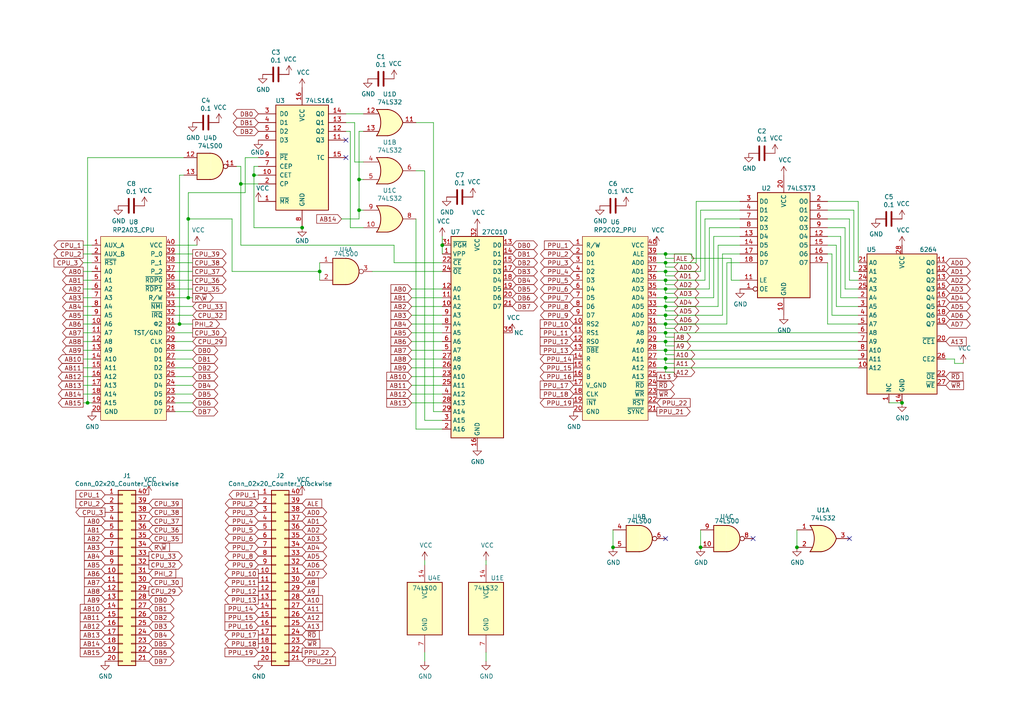
<source format=kicad_sch>
(kicad_sch (version 20231120) (generator "eeschema") (generator_version "8.0")
  (paper "A4")
  (title_block (date "2024-09-27") (rev "1.1"))
  (lib_symbols
    (symbol "74xx:74LS00" (pin_names (offset 1.016))
      (property "Reference" "U" (at 0 1.27 0))
      (property "Value" "74LS00" (at 0 -1.27 0))
      (symbol "74LS00_1_1"
        (pin input line (at -7.62 2.54 0) (length 3.81) (name "~") (number "1"))
        (pin input line (at -7.62 -2.54 0) (length 3.81) (name "~") (number "2"))
        (pin output inverted (at 7.62 0 180) (length 3.81) (name "~") (number "3"))
      )
      (symbol "74LS00_1_2"
        (pin input inverted (at -7.62 2.54 0) (length 4.318) (name "~") (number "1"))
        (pin input inverted (at -7.62 -2.54 0) (length 4.318) (name "~") (number "2"))
        (pin output line (at 7.62 0 180) (length 3.81) (name "~") (number "3"))
      )
      (symbol "74LS00_2_1"
        (pin input line (at -7.62 2.54 0) (length 3.81) (name "~") (number "4"))
        (pin input line (at -7.62 -2.54 0) (length 3.81) (name "~") (number "5"))
        (pin output inverted (at 7.62 0 180) (length 3.81) (name "~") (number "6"))
      )
      (symbol "74LS00_2_2"
        (pin input inverted (at -7.62 2.54 0) (length 4.318) (name "~") (number "4"))
        (pin input inverted (at -7.62 -2.54 0) (length 4.318) (name "~") (number "5"))
        (pin output line (at 7.62 0 180) (length 3.81) (name "~") (number "6"))
      )
      (symbol "74LS00_3_1"
        (pin input line (at -7.62 -2.54 0) (length 3.81) (name "~") (number "10"))
        (pin output inverted (at 7.62 0 180) (length 3.81) (name "~") (number "8"))
        (pin input line (at -7.62 2.54 0) (length 3.81) (name "~") (number "9"))
      )
      (symbol "74LS00_3_2"
        (pin input inverted (at -7.62 -2.54 0) (length 4.318) (name "~") (number "10"))
        (pin output line (at 7.62 0 180) (length 3.81) (name "~") (number "8"))
        (pin input inverted (at -7.62 2.54 0) (length 4.318) (name "~") (number "9"))
      )
      (symbol "74LS00_4_1"
        (pin output inverted (at 7.62 0 180) (length 3.81) (name "~") (number "11"))
        (pin input line (at -7.62 2.54 0) (length 3.81) (name "~") (number "12"))
        (pin input line (at -7.62 -2.54 0) (length 3.81) (name "~") (number "13"))
      )
      (symbol "74LS00_4_2"
        (pin output line (at 7.62 0 180) (length 3.81) (name "~") (number "11"))
        (pin input inverted (at -7.62 2.54 0) (length 4.318) (name "~") (number "12"))
        (pin input inverted (at -7.62 -2.54 0) (length 4.318) (name "~") (number "13"))
      )
      (symbol "74LS00_5_0"
        (pin power_in line (at 0 12.7 270) (length 5.08) (name "VCC") (number "14"))
        (pin power_in line (at 0 -12.7 90) (length 5.08) (name "GND") (number "7"))
      )
    )
    (symbol "74xx:74LS161" (pin_names (offset 1.016))
      (property "Reference" "U" (at -7.62 16.51 0))
      (property "Value" "74LS161" (at -7.62 -16.51 0))
      (symbol "74LS161_1_0"
        (pin input line (at -12.7 -12.7 0) (length 5.08) (name "~{MR}") (number "1"))
        (pin input line (at -12.7 -5.08 0) (length 5.08) (name "CET") (number "10"))
        (pin output line (at 12.7 5.08 180) (length 5.08) (name "Q3") (number "11"))
        (pin output line (at 12.7 7.62 180) (length 5.08) (name "Q2") (number "12"))
        (pin output line (at 12.7 10.16 180) (length 5.08) (name "Q1") (number "13"))
        (pin output line (at 12.7 12.7 180) (length 5.08) (name "Q0") (number "14"))
        (pin output line (at 12.7 0 180) (length 5.08) (name "TC") (number "15"))
        (pin power_in line (at 0 20.32 270) (length 5.08) (name "VCC") (number "16"))
        (pin input line (at -12.7 -7.62 0) (length 5.08) (name "CP") (number "2"))
        (pin input line (at -12.7 12.7 0) (length 5.08) (name "D0") (number "3"))
        (pin input line (at -12.7 10.16 0) (length 5.08) (name "D1") (number "4"))
        (pin input line (at -12.7 7.62 0) (length 5.08) (name "D2") (number "5"))
        (pin input line (at -12.7 5.08 0) (length 5.08) (name "D3") (number "6"))
        (pin input line (at -12.7 -2.54 0) (length 5.08) (name "CEP") (number "7"))
        (pin power_in line (at 0 -20.32 90) (length 5.08) (name "GND") (number "8"))
        (pin input line (at -12.7 0 0) (length 5.08) (name "~{PE}") (number "9"))
      )
    )
    (symbol "74xx:74LS32" (pin_names (offset 1.016))
      (property "Reference" "U" (at 0 1.27 0))
      (property "Value" "74LS32" (at 0 -1.27 0))
      (symbol "74LS32_1_1"
        (pin input line (at -7.62 2.54 0) (length 4.318) (name "~") (number "1"))
        (pin input line (at -7.62 -2.54 0) (length 4.318) (name "~") (number "2"))
        (pin output line (at 7.62 0 180) (length 3.81) (name "~") (number "3"))
      )
      (symbol "74LS32_1_2"
        (pin input inverted (at -7.62 2.54 0) (length 3.81) (name "~") (number "1"))
        (pin input inverted (at -7.62 -2.54 0) (length 3.81) (name "~") (number "2"))
        (pin output inverted (at 7.62 0 180) (length 3.81) (name "~") (number "3"))
      )
      (symbol "74LS32_2_1"
        (pin input line (at -7.62 2.54 0) (length 4.318) (name "~") (number "4"))
        (pin input line (at -7.62 -2.54 0) (length 4.318) (name "~") (number "5"))
        (pin output line (at 7.62 0 180) (length 3.81) (name "~") (number "6"))
      )
      (symbol "74LS32_2_2"
        (pin input inverted (at -7.62 2.54 0) (length 3.81) (name "~") (number "4"))
        (pin input inverted (at -7.62 -2.54 0) (length 3.81) (name "~") (number "5"))
        (pin output inverted (at 7.62 0 180) (length 3.81) (name "~") (number "6"))
      )
      (symbol "74LS32_3_1"
        (pin input line (at -7.62 -2.54 0) (length 4.318) (name "~") (number "10"))
        (pin output line (at 7.62 0 180) (length 3.81) (name "~") (number "8"))
        (pin input line (at -7.62 2.54 0) (length 4.318) (name "~") (number "9"))
      )
      (symbol "74LS32_3_2"
        (pin input inverted (at -7.62 -2.54 0) (length 3.81) (name "~") (number "10"))
        (pin output inverted (at 7.62 0 180) (length 3.81) (name "~") (number "8"))
        (pin input inverted (at -7.62 2.54 0) (length 3.81) (name "~") (number "9"))
      )
      (symbol "74LS32_4_1"
        (pin output line (at 7.62 0 180) (length 3.81) (name "~") (number "11"))
        (pin input line (at -7.62 2.54 0) (length 4.318) (name "~") (number "12"))
        (pin input line (at -7.62 -2.54 0) (length 4.318) (name "~") (number "13"))
      )
      (symbol "74LS32_4_2"
        (pin output inverted (at 7.62 0 180) (length 3.81) (name "~") (number "11"))
        (pin input inverted (at -7.62 2.54 0) (length 3.81) (name "~") (number "12"))
        (pin input inverted (at -7.62 -2.54 0) (length 3.81) (name "~") (number "13"))
      )
      (symbol "74LS32_5_0"
        (pin power_in line (at 0 12.7 270) (length 5.08) (name "VCC") (number "14"))
        (pin power_in line (at 0 -12.7 90) (length 5.08) (name "GND") (number "7"))
      )
    )
    (symbol "74xx:74LS373"
      (property "Reference" "U" (at -7.62 16.51 0))
      (property "Value" "74LS373" (at -7.62 -16.51 0))
      (symbol "74LS373_1_0"
        (pin input inverted (at -12.7 -12.7 0) (length 5.08) (name "OE") (number "1"))
        (pin power_in line (at 0 -20.32 90) (length 5.08) (name "GND") (number "10"))
        (pin input line (at -12.7 -10.16 0) (length 5.08) (name "LE") (number "11"))
        (pin tri_state line (at 12.7 2.54 180) (length 5.08) (name "O4") (number "12"))
        (pin input line (at -12.7 2.54 0) (length 5.08) (name "D4") (number "13"))
        (pin input line (at -12.7 0 0) (length 5.08) (name "D5") (number "14"))
        (pin tri_state line (at 12.7 0 180) (length 5.08) (name "O5") (number "15"))
        (pin tri_state line (at 12.7 -2.54 180) (length 5.08) (name "O6") (number "16"))
        (pin input line (at -12.7 -2.54 0) (length 5.08) (name "D6") (number "17"))
        (pin input line (at -12.7 -5.08 0) (length 5.08) (name "D7") (number "18"))
        (pin tri_state line (at 12.7 -5.08 180) (length 5.08) (name "O7") (number "19"))
        (pin tri_state line (at 12.7 12.7 180) (length 5.08) (name "O0") (number "2"))
        (pin power_in line (at 0 20.32 270) (length 5.08) (name "VCC") (number "20"))
        (pin input line (at -12.7 12.7 0) (length 5.08) (name "D0") (number "3"))
        (pin input line (at -12.7 10.16 0) (length 5.08) (name "D1") (number "4"))
        (pin tri_state line (at 12.7 10.16 180) (length 5.08) (name "O1") (number "5"))
        (pin tri_state line (at 12.7 7.62 180) (length 5.08) (name "O2") (number "6"))
        (pin input line (at -12.7 7.62 0) (length 5.08) (name "D2") (number "7"))
        (pin input line (at -12.7 5.08 0) (length 5.08) (name "D3") (number "8"))
        (pin tri_state line (at 12.7 5.08 180) (length 5.08) (name "O3") (number "9"))
      )
    )
    (symbol "Connector_Generic:Conn_02x20_Counter_Clockwise" (pin_names (offset 1.016) hide)
      (property "Reference" "J" (at 1.27 25.4 0))
      (property "Value" "Conn_02x20_Counter_Clockwise" (at 1.27 -27.94 0))
      (symbol "Conn_02x20_Counter_Clockwise_1_1"
        (pin passive line (at -5.08 22.86 0) (length 3.81) (name "Pin_1") (number "1"))
        (pin passive line (at -5.08 0 0) (length 3.81) (name "Pin_10") (number "10"))
        (pin passive line (at -5.08 -2.54 0) (length 3.81) (name "Pin_11") (number "11"))
        (pin passive line (at -5.08 -5.08 0) (length 3.81) (name "Pin_12") (number "12"))
        (pin passive line (at -5.08 -7.62 0) (length 3.81) (name "Pin_13") (number "13"))
        (pin passive line (at -5.08 -10.16 0) (length 3.81) (name "Pin_14") (number "14"))
        (pin passive line (at -5.08 -12.7 0) (length 3.81) (name "Pin_15") (number "15"))
        (pin passive line (at -5.08 -15.24 0) (length 3.81) (name "Pin_16") (number "16"))
        (pin passive line (at -5.08 -17.78 0) (length 3.81) (name "Pin_17") (number "17"))
        (pin passive line (at -5.08 -20.32 0) (length 3.81) (name "Pin_18") (number "18"))
        (pin passive line (at -5.08 -22.86 0) (length 3.81) (name "Pin_19") (number "19"))
        (pin passive line (at -5.08 20.32 0) (length 3.81) (name "Pin_2") (number "2"))
        (pin passive line (at -5.08 -25.4 0) (length 3.81) (name "Pin_20") (number "20"))
        (pin passive line (at 7.62 -25.4 180) (length 3.81) (name "Pin_21") (number "21"))
        (pin passive line (at 7.62 -22.86 180) (length 3.81) (name "Pin_22") (number "22"))
        (pin passive line (at 7.62 -20.32 180) (length 3.81) (name "Pin_23") (number "23"))
        (pin passive line (at 7.62 -17.78 180) (length 3.81) (name "Pin_24") (number "24"))
        (pin passive line (at 7.62 -15.24 180) (length 3.81) (name "Pin_25") (number "25"))
        (pin passive line (at 7.62 -12.7 180) (length 3.81) (name "Pin_26") (number "26"))
        (pin passive line (at 7.62 -10.16 180) (length 3.81) (name "Pin_27") (number "27"))
        (pin passive line (at 7.62 -7.62 180) (length 3.81) (name "Pin_28") (number "28"))
        (pin passive line (at 7.62 -5.08 180) (length 3.81) (name "Pin_29") (number "29"))
        (pin passive line (at -5.08 17.78 0) (length 3.81) (name "Pin_3") (number "3"))
        (pin passive line (at 7.62 -2.54 180) (length 3.81) (name "Pin_30") (number "30"))
        (pin passive line (at 7.62 0 180) (length 3.81) (name "Pin_31") (number "31"))
        (pin passive line (at 7.62 2.54 180) (length 3.81) (name "Pin_32") (number "32"))
        (pin passive line (at 7.62 5.08 180) (length 3.81) (name "Pin_33") (number "33"))
        (pin passive line (at 7.62 7.62 180) (length 3.81) (name "Pin_34") (number "34"))
        (pin passive line (at 7.62 10.16 180) (length 3.81) (name "Pin_35") (number "35"))
        (pin passive line (at 7.62 12.7 180) (length 3.81) (name "Pin_36") (number "36"))
        (pin passive line (at 7.62 15.24 180) (length 3.81) (name "Pin_37") (number "37"))
        (pin passive line (at 7.62 17.78 180) (length 3.81) (name "Pin_38") (number "38"))
        (pin passive line (at 7.62 20.32 180) (length 3.81) (name "Pin_39") (number "39"))
        (pin passive line (at -5.08 15.24 0) (length 3.81) (name "Pin_4") (number "4"))
        (pin passive line (at 7.62 22.86 180) (length 3.81) (name "Pin_40") (number "40"))
        (pin passive line (at -5.08 12.7 0) (length 3.81) (name "Pin_5") (number "5"))
        (pin passive line (at -5.08 10.16 0) (length 3.81) (name "Pin_6") (number "6"))
        (pin passive line (at -5.08 7.62 0) (length 3.81) (name "Pin_7") (number "7"))
        (pin passive line (at -5.08 5.08 0) (length 3.81) (name "Pin_8") (number "8"))
        (pin passive line (at -5.08 2.54 0) (length 3.81) (name "Pin_9") (number "9"))
      )
    )
    (symbol "Device:C" (pin_numbers hide) (pin_names (offset 0.254))
      (property "Reference" "C" (at 0.635 2.54 0))
      (property "Value" "C" (at 0.635 -2.54 0))
      (symbol "C_1_1"
        (pin passive line (at 0 3.81 270) (length 2.794) (name "~") (number "1"))
        (pin passive line (at 0 -3.81 90) (length 2.794) (name "~") (number "2"))
      )
    )
    (symbol "VS_Top_Gun_Castlevania-rescue:27C010-Memory_EPROM"
      (property "Reference" "U" (at -7.62 29.21 0))
      (property "Value" "Memory_EPROM_27C010" (at 2.54 -31.75 0))
      (symbol "27C010-Memory_EPROM_0_0"
        (pin input line (at 7.62 0 0) (length 2.54) (name "NC") (number "30"))
      )
      (symbol "27C010-Memory_EPROM_1_1"
        (pin input line (at -10.16 22.86 0) (length 2.54) (name "VPP") (number "1"))
        (pin input line (at -10.16 7.62 0) (length 2.54) (name "A2") (number "10"))
        (pin input line (at -10.16 10.16 0) (length 2.54) (name "A1") (number "11"))
        (pin input line (at -10.16 12.7 0) (length 2.54) (name "A0") (number "12"))
        (pin tri_state line (at 10.16 25.4 180) (length 2.54) (name "D0") (number "13"))
        (pin tri_state line (at 10.16 22.86 180) (length 2.54) (name "D1") (number "14"))
        (pin tri_state line (at 10.16 20.32 180) (length 2.54) (name "D2") (number "15"))
        (pin power_in line (at 0 -33.02 90) (length 2.54) (name "GND") (number "16"))
        (pin tri_state line (at 10.16 17.78 180) (length 2.54) (name "D3") (number "17"))
        (pin tri_state line (at 10.16 15.24 180) (length 2.54) (name "D4") (number "18"))
        (pin tri_state line (at 10.16 12.7 180) (length 2.54) (name "D5") (number "19"))
        (pin input line (at -10.16 -27.94 0) (length 2.54) (name "A16") (number "2"))
        (pin tri_state line (at 10.16 10.16 180) (length 2.54) (name "D6") (number "20"))
        (pin tri_state line (at 10.16 7.62 180) (length 2.54) (name "D7") (number "21"))
        (pin input line (at -10.16 20.32 0) (length 2.54) (name "~{CE}") (number "22"))
        (pin input line (at -10.16 -12.7 0) (length 2.54) (name "A10") (number "23"))
        (pin input line (at -10.16 17.78 0) (length 2.54) (name "~{OE}") (number "24"))
        (pin input line (at -10.16 -15.24 0) (length 2.54) (name "A11") (number "25"))
        (pin input line (at -10.16 -10.16 0) (length 2.54) (name "A9") (number "26"))
        (pin input line (at -10.16 -7.62 0) (length 2.54) (name "A8") (number "27"))
        (pin input line (at -10.16 -20.32 0) (length 2.54) (name "A13") (number "28"))
        (pin input line (at -10.16 -22.86 0) (length 2.54) (name "A14") (number "29"))
        (pin input line (at -10.16 -25.4 0) (length 2.54) (name "A15") (number "3"))
        (pin input line (at -10.16 25.4 0) (length 2.54) (name "~{PGM}") (number "31"))
        (pin power_in line (at 0 30.48 270) (length 2.54) (name "VCC") (number "32"))
        (pin input line (at -10.16 -17.78 0) (length 2.54) (name "A12") (number "4"))
        (pin input line (at -10.16 -5.08 0) (length 2.54) (name "A7") (number "5"))
        (pin input line (at -10.16 -2.54 0) (length 2.54) (name "A6") (number "6"))
        (pin input line (at -10.16 0 0) (length 2.54) (name "A5") (number "7"))
        (pin input line (at -10.16 2.54 0) (length 2.54) (name "A4") (number "8"))
        (pin input line (at -10.16 5.08 0) (length 2.54) (name "A3") (number "9"))
      )
    )
    (symbol "VS_Top_Gun_Castlevania-rescue:6264-Memory_RAM"
      (property "Reference" "U" (at -10.16 20.955 0))
      (property "Value" "Memory_RAM_6264" (at 2.54 20.955 0))
      (symbol "6264-Memory_RAM_0_0"
        (pin power_in line (at 0 -22.86 90) (length 2.54) (name "GND") (number "14"))
        (pin power_in line (at 0 22.86 270) (length 2.54) (name "VCC") (number "28"))
      )
      (symbol "6264-Memory_RAM_1_1"
        (pin input line (at -3.81 -22.86 90) (length 2.54) (name "NC") (number "1"))
        (pin input line (at -12.7 -12.7 0) (length 2.54) (name "A12") (number "10"))
        (pin tri_state line (at 12.7 17.78 180) (length 2.54) (name "Q0") (number "11"))
        (pin tri_state line (at 12.7 15.24 180) (length 2.54) (name "Q1") (number "12"))
        (pin tri_state line (at 12.7 12.7 180) (length 2.54) (name "Q2") (number "13"))
        (pin tri_state line (at 12.7 10.16 180) (length 2.54) (name "Q3") (number "15"))
        (pin tri_state line (at 12.7 7.62 180) (length 2.54) (name "Q4") (number "16"))
        (pin tri_state line (at 12.7 5.08 180) (length 2.54) (name "Q5") (number "17"))
        (pin tri_state line (at 12.7 2.54 180) (length 2.54) (name "Q6") (number "18"))
        (pin tri_state line (at 12.7 0 180) (length 2.54) (name "Q7") (number "19"))
        (pin input line (at -12.7 7.62 0) (length 2.54) (name "A4") (number "2"))
        (pin input line (at 12.7 -5.08 180) (length 2.54) (name "~{CE1}") (number "20"))
        (pin input line (at -12.7 17.78 0) (length 2.54) (name "A0") (number "21"))
        (pin input line (at 12.7 -15.24 180) (length 2.54) (name "~{OE}") (number "22"))
        (pin input line (at -12.7 15.24 0) (length 2.54) (name "A1") (number "23"))
        (pin input line (at -12.7 12.7 0) (length 2.54) (name "A2") (number "24"))
        (pin input line (at -12.7 10.16 0) (length 2.54) (name "A3") (number "25"))
        (pin input line (at 12.7 -10.16 180) (length 2.54) (name "CE2") (number "26"))
        (pin input line (at 12.7 -17.78 180) (length 2.54) (name "~{WE}") (number "27"))
        (pin input line (at -12.7 5.08 0) (length 2.54) (name "A5") (number "3"))
        (pin input line (at -12.7 2.54 0) (length 2.54) (name "A6") (number "4"))
        (pin input line (at -12.7 0 0) (length 2.54) (name "A7") (number "5"))
        (pin input line (at -12.7 -2.54 0) (length 2.54) (name "A8") (number "6"))
        (pin input line (at -12.7 -5.08 0) (length 2.54) (name "A9") (number "7"))
        (pin input line (at -12.7 -7.62 0) (length 2.54) (name "A10") (number "8"))
        (pin input line (at -12.7 -10.16 0) (length 2.54) (name "A11") (number "9"))
      )
    )
    (symbol "VS_Top_Gun_Castlevania-rescue:GND-power" (power) (pin_names (offset 0))
      (property "Value" "power_GND" (at 0 -3.81 0))
      (symbol "GND-power_1_1"
        (pin power_in line (at 0 0 270) (length 0) hide (name "GND") (number "1"))
      )
    )
    (symbol "VS_Top_Gun_Castlevania-rescue:RP2A03_CPU-CPU" (pin_names (offset 1.016))
      (property "Reference" "U" (at -8.89 27.94 0))
      (property "Value" "CPU_RP2A03_CPU" (at 2.54 -27.94 0))
      (symbol "RP2A03_CPU-CPU_1_1"
        (pin output line (at -12.7 24.13 0) (length 2.54) (name "AUX_A") (number "1"))
        (pin output line (at -12.7 1.27 0) (length 2.54) (name "A6") (number "10"))
        (pin output line (at -12.7 -1.27 0) (length 2.54) (name "A7") (number "11"))
        (pin output line (at -12.7 -3.81 0) (length 2.54) (name "A8") (number "12"))
        (pin output line (at -12.7 -6.35 0) (length 2.54) (name "A9") (number "13"))
        (pin output line (at -12.7 -8.89 0) (length 2.54) (name "A10") (number "14"))
        (pin output line (at -12.7 -11.43 0) (length 2.54) (name "A11") (number "15"))
        (pin output line (at -12.7 -13.97 0) (length 2.54) (name "A12") (number "16"))
        (pin output line (at -12.7 -16.51 0) (length 2.54) (name "A13") (number "17"))
        (pin output line (at -12.7 -19.05 0) (length 2.54) (name "A14") (number "18"))
        (pin output line (at -12.7 -21.59 0) (length 2.54) (name "A15") (number "19"))
        (pin output line (at -12.7 21.59 0) (length 2.54) (name "AUX_B") (number "2"))
        (pin passive line (at -12.7 -24.13 0) (length 2.54) (name "GND") (number "20"))
        (pin bidirectional line (at 11.43 -24.13 180) (length 2.54) (name "D7") (number "21"))
        (pin bidirectional line (at 11.43 -21.59 180) (length 2.54) (name "D6") (number "22"))
        (pin bidirectional line (at 11.43 -19.05 180) (length 2.54) (name "D5") (number "23"))
        (pin bidirectional line (at 11.43 -16.51 180) (length 2.54) (name "D4") (number "24"))
        (pin bidirectional line (at 11.43 -13.97 180) (length 2.54) (name "D3") (number "25"))
        (pin bidirectional line (at 11.43 -11.43 180) (length 2.54) (name "D2") (number "26"))
        (pin bidirectional line (at 11.43 -8.89 180) (length 2.54) (name "D1") (number "27"))
        (pin bidirectional line (at 11.43 -6.35 180) (length 2.54) (name "D0") (number "28"))
        (pin input line (at 11.43 -3.81 180) (length 2.54) (name "CLK") (number "29"))
        (pin input line (at -12.7 19.05 0) (length 2.54) (name "~{RST}") (number "3"))
        (pin input line (at 11.43 -1.27 180) (length 2.54) (name "TST/GND") (number "30"))
        (pin output line (at 11.43 1.27 180) (length 2.54) (name "Φ2") (number "31"))
        (pin input line (at 11.43 3.81 180) (length 2.54) (name "~{IRQ}") (number "32"))
        (pin input line (at 11.43 6.35 180) (length 2.54) (name "~{NMI}") (number "33"))
        (pin output line (at 11.43 8.89 180) (length 2.54) (name "R/W") (number "34"))
        (pin output line (at 11.43 11.43 180) (length 2.54) (name "~{RDP1}") (number "35"))
        (pin output line (at 11.43 13.97 180) (length 2.54) (name "~{RDP0}") (number "36"))
        (pin output line (at 11.43 16.51 180) (length 2.54) (name "P_2") (number "37"))
        (pin output line (at 11.43 19.05 180) (length 2.54) (name "P_1") (number "38"))
        (pin output line (at 11.43 21.59 180) (length 2.54) (name "P_0") (number "39"))
        (pin output line (at -12.7 16.51 0) (length 2.54) (name "A0") (number "4"))
        (pin passive line (at 11.43 24.13 180) (length 2.54) (name "VCC") (number "40"))
        (pin output line (at -12.7 13.97 0) (length 2.54) (name "A1") (number "5"))
        (pin output line (at -12.7 11.43 0) (length 2.54) (name "A2") (number "6"))
        (pin output line (at -12.7 8.89 0) (length 2.54) (name "A3") (number "7"))
        (pin output line (at -12.7 6.35 0) (length 2.54) (name "A4") (number "8"))
        (pin output line (at -12.7 3.81 0) (length 2.54) (name "A5") (number "9"))
      )
    )
    (symbol "VS_Top_Gun_Castlevania-rescue:RP2C02_PPU-Video" (pin_names (offset 1.016))
      (property "Reference" "U" (at -8.89 27.94 0))
      (property "Value" "Video_RP2C02_PPU" (at 2.54 -27.94 0))
      (symbol "RP2C02_PPU-Video_1_1"
        (pin input line (at -12.7 24.13 0) (length 2.54) (name "R/W") (number "1"))
        (pin input line (at -12.7 1.27 0) (length 2.54) (name "RS2") (number "10"))
        (pin input line (at -12.7 -1.27 0) (length 2.54) (name "RS1") (number "11"))
        (pin input line (at -12.7 -3.81 0) (length 2.54) (name "RS0") (number "12"))
        (pin input line (at -12.7 -6.35 0) (length 2.54) (name "~{DBE}") (number "13"))
        (pin output line (at -12.7 -8.89 0) (length 2.54) (name "R") (number "14"))
        (pin output line (at -12.7 -11.43 0) (length 2.54) (name "G") (number "15"))
        (pin output line (at -12.7 -13.97 0) (length 2.54) (name "B") (number "16"))
        (pin passive line (at -12.7 -16.51 0) (length 2.54) (name "V_GND") (number "17"))
        (pin input line (at -12.7 -19.05 0) (length 2.54) (name "CLK") (number "18"))
        (pin output line (at -12.7 -21.59 0) (length 2.54) (name "~{INT}") (number "19"))
        (pin bidirectional line (at -12.7 21.59 0) (length 2.54) (name "D0") (number "2"))
        (pin passive line (at -12.7 -24.13 0) (length 2.54) (name "GND") (number "20"))
        (pin output line (at 11.43 -24.13 180) (length 2.54) (name "~{SYNC}") (number "21"))
        (pin input line (at 11.43 -21.59 180) (length 2.54) (name "~{RST}") (number "22"))
        (pin output line (at 11.43 -19.05 180) (length 2.54) (name "~{WR}") (number "23"))
        (pin input line (at 11.43 -16.51 180) (length 2.54) (name "~{RD}") (number "24"))
        (pin output line (at 11.43 -13.97 180) (length 2.54) (name "A13") (number "25"))
        (pin output line (at 11.43 -11.43 180) (length 2.54) (name "A12") (number "26"))
        (pin output line (at 11.43 -8.89 180) (length 2.54) (name "A11") (number "27"))
        (pin output line (at 11.43 -6.35 180) (length 2.54) (name "A10") (number "28"))
        (pin output line (at 11.43 -3.81 180) (length 2.54) (name "A9") (number "29"))
        (pin bidirectional line (at -12.7 19.05 0) (length 2.54) (name "D1") (number "3"))
        (pin output line (at 11.43 -1.27 180) (length 2.54) (name "A8") (number "30"))
        (pin bidirectional line (at 11.43 1.27 180) (length 2.54) (name "AD7") (number "31"))
        (pin bidirectional line (at 11.43 3.81 180) (length 2.54) (name "AD6") (number "32"))
        (pin bidirectional line (at 11.43 6.35 180) (length 2.54) (name "AD5") (number "33"))
        (pin bidirectional line (at 11.43 8.89 180) (length 2.54) (name "AD4") (number "34"))
        (pin bidirectional line (at 11.43 11.43 180) (length 2.54) (name "AD3") (number "35"))
        (pin bidirectional line (at 11.43 13.97 180) (length 2.54) (name "AD2") (number "36"))
        (pin bidirectional line (at 11.43 16.51 180) (length 2.54) (name "AD1") (number "37"))
        (pin bidirectional line (at 11.43 19.05 180) (length 2.54) (name "AD0") (number "38"))
        (pin output line (at 11.43 21.59 180) (length 2.54) (name "ALE") (number "39"))
        (pin bidirectional line (at -12.7 16.51 0) (length 2.54) (name "D2") (number "4"))
        (pin passive line (at 11.43 24.13 180) (length 2.54) (name "VCC") (number "40"))
        (pin bidirectional line (at -12.7 13.97 0) (length 2.54) (name "D3") (number "5"))
        (pin bidirectional line (at -12.7 11.43 0) (length 2.54) (name "D4") (number "6"))
        (pin bidirectional line (at -12.7 8.89 0) (length 2.54) (name "D5") (number "7"))
        (pin bidirectional line (at -12.7 6.35 0) (length 2.54) (name "D6") (number "8"))
        (pin bidirectional line (at -12.7 3.81 0) (length 2.54) (name "D7") (number "9"))
      )
    )
    (symbol "VS_Top_Gun_Castlevania-rescue:VCC-power" (power) (pin_names (offset 0))
      (property "Value" "power_VCC" (at 0 3.81 0))
      (symbol "VCC-power_1_1"
        (pin power_in line (at 0 0 90) (length 0) hide (name "VCC") (number "1"))
      )
    )
  )
  (junction (at 73.66 50.8))
  (junction (at 193.04 91.44))
  (junction (at 193.04 81.28))
  (junction (at 52.07 93.98))
  (junction (at 193.04 99.06))
  (junction (at 193.04 88.9))
  (junction (at 54.61 63.5))
  (junction (at 25.4 116.84))
  (junction (at 261.62 116.84))
  (junction (at 193.04 76.2))
  (junction (at 203.2 158.75))
  (junction (at 193.04 104.14))
  (junction (at 104.14 52.07))
  (junction (at 193.04 86.36))
  (junction (at 231.14 158.75))
  (junction (at 92.71 78.74))
  (junction (at 193.04 73.66))
  (junction (at 193.04 78.74))
  (junction (at 193.04 106.68))
  (junction (at 193.04 93.98))
  (junction (at 104.14 60.96))
  (junction (at 128.27 71.12))
  (junction (at 54.61 86.36))
  (junction (at 193.04 96.52))
  (junction (at 193.04 101.6))
  (junction (at 177.8 158.75))
  (junction (at 193.04 83.82))
  (junction (at 69.85 53.34))
  (junction (at 87.63 66.04))
  (no_connect (at 193.04 156.21))
  (no_connect (at 246.38 156.21))
  (no_connect (at 218.44 156.21))
  (no_connect (at 100.33 40.64))
  (no_connect (at 100.33 45.72))
  (wire (pts (xy 248.92 86.36) (xy 243.84 86.36)))
  (wire (pts (xy 193.04 106.68) (xy 248.92 106.68)))
  (wire (pts (xy 26.67 111.76) (xy 24.13 111.76)))
  (wire (pts (xy 50.8 101.6) (xy 55.88 101.6)))
  (wire (pts (xy 240.03 66.04) (xy 245.11 66.04)))
  (wire (pts (xy 104.14 38.1) (xy 105.41 38.1)))
  (wire (pts (xy 248.92 83.82) (xy 245.11 83.82)))
  (wire (pts (xy 193.04 104.14) (xy 248.92 104.14)))
  (wire (pts (xy 190.5 78.74) (xy 193.04 78.74)))
  (wire (pts (xy 276.86 104.14) (xy 276.86 105.41)))
  (wire (pts (xy 193.04 97.79) (xy 193.04 96.52)))
  (wire (pts (xy 195.58 85.09) (xy 193.04 85.09)))
  (wire (pts (xy 203.2 78.74) (xy 203.2 60.96)))
  (wire (pts (xy 50.8 76.2) (xy 55.88 76.2)))
  (wire (pts (xy 243.84 68.58) (xy 240.03 68.58)))
  (wire (pts (xy 50.8 119.38) (xy 55.88 119.38)))
  (wire (pts (xy 92.71 78.74) (xy 92.71 81.28)))
  (wire (pts (xy 208.28 88.9) (xy 208.28 71.12)))
  (wire (pts (xy 193.04 105.41) (xy 193.04 104.14)))
  (wire (pts (xy 26.67 76.2) (xy 24.13 76.2)))
  (wire (pts (xy 128.27 96.52) (xy 119.38 96.52)))
  (wire (pts (xy 195.58 107.95) (xy 193.04 107.95)))
  (wire (pts (xy 53.34 45.72) (xy 25.4 45.72)))
  (wire (pts (xy 193.04 81.28) (xy 204.47 81.28)))
  (wire (pts (xy 195.58 77.47) (xy 193.04 77.47)))
  (wire (pts (xy 209.55 91.44) (xy 209.55 73.66)))
  (wire (pts (xy 193.04 90.17) (xy 193.04 88.9)))
  (wire (pts (xy 67.31 63.5) (xy 54.61 63.5)))
  (wire (pts (xy 119.38 104.14) (xy 128.27 104.14)))
  (wire (pts (xy 193.04 93.98) (xy 210.82 93.98)))
  (wire (pts (xy 100.33 38.1) (xy 101.6 38.1)))
  (wire (pts (xy 73.66 50.8) (xy 73.66 66.04)))
  (wire (pts (xy 193.04 92.71) (xy 193.04 91.44)))
  (wire (pts (xy 125.73 35.56) (xy 125.73 119.38)))
  (wire (pts (xy 200.66 74.93) (xy 212.09 74.93)))
  (wire (pts (xy 71.12 55.88) (xy 54.61 55.88)))
  (wire (pts (xy 52.07 50.8) (xy 53.34 50.8)))
  (wire (pts (xy 92.71 76.2) (xy 92.71 78.74)))
  (wire (pts (xy 50.8 99.06) (xy 55.88 99.06)))
  (wire (pts (xy 50.8 73.66) (xy 55.88 73.66)))
  (wire (pts (xy 125.73 119.38) (xy 128.27 119.38)))
  (wire (pts (xy 120.65 49.53) (xy 123.19 49.53)))
  (wire (pts (xy 54.61 63.5) (xy 54.61 86.36)))
  (wire (pts (xy 240.03 76.2) (xy 240.03 93.98)))
  (wire (pts (xy 26.67 73.66) (xy 24.13 73.66)))
  (wire (pts (xy 193.04 95.25) (xy 193.04 93.98)))
  (wire (pts (xy 120.65 35.56) (xy 125.73 35.56)))
  (wire (pts (xy 50.8 109.22) (xy 55.88 109.22)))
  (wire (pts (xy 73.66 66.04) (xy 87.63 66.04)))
  (wire (pts (xy 190.5 86.36) (xy 193.04 86.36)))
  (wire (pts (xy 74.93 48.26) (xy 73.66 48.26)))
  (wire (pts (xy 193.04 78.74) (xy 203.2 78.74)))
  (wire (pts (xy 195.58 100.33) (xy 193.04 100.33)))
  (wire (pts (xy 193.04 88.9) (xy 208.28 88.9)))
  (wire (pts (xy 104.14 52.07) (xy 104.14 60.96)))
  (wire (pts (xy 248.92 58.42) (xy 240.03 58.42)))
  (wire (pts (xy 205.74 83.82) (xy 205.74 66.04)))
  (wire (pts (xy 50.8 93.98) (xy 52.07 93.98)))
  (wire (pts (xy 69.85 53.34) (xy 74.93 53.34)))
  (wire (pts (xy 128.27 73.66) (xy 128.27 71.12)))
  (wire (pts (xy 25.4 116.84) (xy 24.13 116.84)))
  (wire (pts (xy 25.4 116.84) (xy 26.67 116.84)))
  (wire (pts (xy 50.8 106.68) (xy 55.88 106.68)))
  (wire (pts (xy 50.8 91.44) (xy 55.88 91.44)))
  (wire (pts (xy 69.85 71.12) (xy 114.3 71.12)))
  (wire (pts (xy 52.07 50.8) (xy 52.07 93.98)))
  (wire (pts (xy 104.14 63.5) (xy 99.06 63.5)))
  (wire (pts (xy 242.57 88.9) (xy 242.57 71.12)))
  (wire (pts (xy 119.38 99.06) (xy 128.27 99.06)))
  (wire (pts (xy 195.58 87.63) (xy 193.04 87.63)))
  (wire (pts (xy 201.93 76.2) (xy 201.93 58.42)))
  (wire (pts (xy 190.5 88.9) (xy 193.04 88.9)))
  (wire (pts (xy 114.3 76.2) (xy 128.27 76.2)))
  (wire (pts (xy 190.5 99.06) (xy 193.04 99.06)))
  (wire (pts (xy 128.27 101.6) (xy 119.38 101.6)))
  (wire (pts (xy 231.14 153.67) (xy 231.14 158.75)))
  (wire (pts (xy 107.95 78.74) (xy 128.27 78.74)))
  (wire (pts (xy 128.27 106.68) (xy 119.38 106.68)))
  (wire (pts (xy 123.19 162.56) (xy 123.19 163.83)))
  (wire (pts (xy 195.58 102.87) (xy 193.04 102.87)))
  (wire (pts (xy 26.67 93.98) (xy 24.13 93.98)))
  (wire (pts (xy 248.92 81.28) (xy 246.38 81.28)))
  (wire (pts (xy 102.87 46.99) (xy 105.41 46.99)))
  (wire (pts (xy 195.58 92.71) (xy 193.04 92.71)))
  (wire (pts (xy 26.67 106.68) (xy 24.13 106.68)))
  (wire (pts (xy 100.33 35.56) (xy 102.87 35.56)))
  (wire (pts (xy 26.67 83.82) (xy 24.13 83.82)))
  (wire (pts (xy 190.5 81.28) (xy 193.04 81.28)))
  (wire (pts (xy 71.12 45.72) (xy 74.93 45.72)))
  (wire (pts (xy 195.58 90.17) (xy 193.04 90.17)))
  (wire (pts (xy 248.92 78.74) (xy 247.65 78.74)))
  (wire (pts (xy 50.8 96.52) (xy 55.88 96.52)))
  (wire (pts (xy 241.3 91.44) (xy 241.3 73.66)))
  (wire (pts (xy 248.92 91.44) (xy 241.3 91.44)))
  (wire (pts (xy 247.65 78.74) (xy 247.65 60.96)))
  (wire (pts (xy 104.14 60.96) (xy 104.14 63.5)))
  (wire (pts (xy 123.19 189.23) (xy 123.19 191.77)))
  (wire (pts (xy 123.19 49.53) (xy 123.19 121.92)))
  (wire (pts (xy 207.01 86.36) (xy 207.01 68.58)))
  (wire (pts (xy 119.38 109.22) (xy 128.27 109.22)))
  (wire (pts (xy 114.3 71.12) (xy 114.3 76.2)))
  (wire (pts (xy 140.97 163.83) (xy 140.97 162.56)))
  (wire (pts (xy 26.67 91.44) (xy 24.13 91.44)))
  (wire (pts (xy 26.67 81.28) (xy 24.13 81.28)))
  (wire (pts (xy 120.65 124.46) (xy 128.27 124.46)))
  (wire (pts (xy 74.93 50.8) (xy 73.66 50.8)))
  (wire (pts (xy 190.5 73.66) (xy 193.04 73.66)))
  (wire (pts (xy 248.92 93.98) (xy 240.03 93.98)))
  (wire (pts (xy 190.5 104.14) (xy 193.04 104.14)))
  (wire (pts (xy 204.47 81.28) (xy 204.47 63.5)))
  (wire (pts (xy 208.28 71.12) (xy 214.63 71.12)))
  (wire (pts (xy 50.8 114.3) (xy 55.88 114.3)))
  (wire (pts (xy 128.27 91.44) (xy 119.38 91.44)))
  (wire (pts (xy 26.67 96.52) (xy 24.13 96.52)))
  (wire (pts (xy 128.27 111.76) (xy 119.38 111.76)))
  (wire (pts (xy 190.5 83.82) (xy 193.04 83.82)))
  (wire (pts (xy 241.3 73.66) (xy 240.03 73.66)))
  (wire (pts (xy 190.5 91.44) (xy 193.04 91.44)))
  (wire (pts (xy 25.4 45.72) (xy 25.4 116.84)))
  (wire (pts (xy 190.5 93.98) (xy 193.04 93.98)))
  (wire (pts (xy 50.8 86.36) (xy 54.61 86.36)))
  (wire (pts (xy 240.03 60.96) (xy 247.65 60.96)))
  (wire (pts (xy 69.85 48.26) (xy 69.85 53.34)))
  (wire (pts (xy 243.84 86.36) (xy 243.84 68.58)))
  (wire (pts (xy 207.01 68.58) (xy 214.63 68.58)))
  (wire (pts (xy 128.27 116.84) (xy 119.38 116.84)))
  (wire (pts (xy 212.09 74.93) (xy 212.09 81.28)))
  (wire (pts (xy 203.2 60.96) (xy 214.63 60.96)))
  (wire (pts (xy 26.67 109.22) (xy 24.13 109.22)))
  (wire (pts (xy 195.58 95.25) (xy 193.04 95.25)))
  (wire (pts (xy 128.27 86.36) (xy 119.38 86.36)))
  (wire (pts (xy 193.04 101.6) (xy 190.5 101.6)))
  (wire (pts (xy 119.38 114.3) (xy 128.27 114.3)))
  (wire (pts (xy 105.41 52.07) (xy 104.14 52.07)))
  (wire (pts (xy 50.8 71.12) (xy 57.15 71.12)))
  (wire (pts (xy 200.66 73.66) (xy 200.66 74.93)))
  (wire (pts (xy 248.92 88.9) (xy 242.57 88.9)))
  (wire (pts (xy 26.67 86.36) (xy 24.13 86.36)))
  (wire (pts (xy 69.85 53.34) (xy 69.85 71.12)))
  (wire (pts (xy 50.8 81.28) (xy 55.88 81.28)))
  (wire (pts (xy 193.04 107.95) (xy 193.04 106.68)))
  (wire (pts (xy 195.58 82.55) (xy 193.04 82.55)))
  (wire (pts (xy 193.04 73.66) (xy 200.66 73.66)))
  (wire (pts (xy 193.04 91.44) (xy 209.55 91.44)))
  (wire (pts (xy 73.66 48.26) (xy 73.66 50.8)))
  (wire (pts (xy 193.04 96.52) (xy 190.5 96.52)))
  (wire (pts (xy 248.92 96.52) (xy 193.04 96.52)))
  (wire (pts (xy 212.09 81.28) (xy 214.63 81.28)))
  (wire (pts (xy 71.12 45.72) (xy 71.12 55.88)))
  (wire (pts (xy 119.38 88.9) (xy 128.27 88.9)))
  (wire (pts (xy 248.92 101.6) (xy 193.04 101.6)))
  (wire (pts (xy 119.38 93.98) (xy 128.27 93.98)))
  (wire (pts (xy 26.67 71.12) (xy 24.13 71.12)))
  (wire (pts (xy 100.33 33.02) (xy 105.41 33.02)))
  (wire (pts (xy 193.04 100.33) (xy 193.04 99.06)))
  (wire (pts (xy 54.61 55.88) (xy 54.61 63.5)))
  (wire (pts (xy 140.97 189.23) (xy 140.97 191.77)))
  (wire (pts (xy 26.67 114.3) (xy 24.13 114.3)))
  (wire (pts (xy 50.8 83.82) (xy 55.88 83.82)))
  (wire (pts (xy 26.67 104.14) (xy 24.13 104.14)))
  (wire (pts (xy 193.04 102.87) (xy 193.04 101.6)))
  (wire (pts (xy 101.6 38.1) (xy 101.6 66.04)))
  (wire (pts (xy 104.14 38.1) (xy 104.14 52.07)))
  (wire (pts (xy 177.8 153.67) (xy 177.8 158.75)))
  (wire (pts (xy 210.82 76.2) (xy 214.63 76.2)))
  (wire (pts (xy 193.04 74.93) (xy 193.04 73.66)))
  (wire (pts (xy 201.93 58.42) (xy 214.63 58.42)))
  (wire (pts (xy 240.03 71.12) (xy 242.57 71.12)))
  (wire (pts (xy 274.32 104.14) (xy 276.86 104.14)))
  (wire (pts (xy 204.47 63.5) (xy 214.63 63.5)))
  (wire (pts (xy 195.58 74.93) (xy 193.04 74.93)))
  (wire (pts (xy 190.5 106.68) (xy 193.04 106.68)))
  (wire (pts (xy 26.67 101.6) (xy 24.13 101.6)))
  (wire (pts (xy 193.04 87.63) (xy 193.04 86.36)))
  (wire (pts (xy 193.04 76.2) (xy 201.93 76.2)))
  (wire (pts (xy 50.8 111.76) (xy 55.88 111.76)))
  (wire (pts (xy 246.38 81.28) (xy 246.38 63.5)))
  (wire (pts (xy 50.8 104.14) (xy 55.88 104.14)))
  (wire (pts (xy 193.04 80.01) (xy 193.04 78.74)))
  (wire (pts (xy 50.8 116.84) (xy 55.88 116.84)))
  (wire (pts (xy 101.6 66.04) (xy 105.41 66.04)))
  (wire (pts (xy 69.85 48.26) (xy 68.58 48.26)))
  (wire (pts (xy 193.04 99.06) (xy 248.92 99.06)))
  (wire (pts (xy 52.07 93.98) (xy 55.88 93.98)))
  (wire (pts (xy 50.8 88.9) (xy 55.88 88.9)))
  (wire (pts (xy 209.55 73.66) (xy 214.63 73.66)))
  (wire (pts (xy 276.86 105.41) (xy 279.4 105.41)))
  (wire (pts (xy 54.61 86.36) (xy 55.88 86.36)))
  (wire (pts (xy 248.92 76.2) (xy 248.92 58.42)))
  (wire (pts (xy 119.38 83.82) (xy 128.27 83.82)))
  (wire (pts (xy 193.04 85.09) (xy 193.04 83.82)))
  (wire (pts (xy 120.65 63.5) (xy 120.65 124.46)))
  (wire (pts (xy 257.81 116.84) (xy 261.62 116.84)))
  (wire (pts (xy 195.58 97.79) (xy 193.04 97.79)))
  (wire (pts (xy 50.8 78.74) (xy 55.88 78.74)))
  (wire (pts (xy 246.38 63.5) (xy 240.03 63.5)))
  (wire (pts (xy 123.19 121.92) (xy 128.27 121.92)))
  (wire (pts (xy 195.58 80.01) (xy 193.04 80.01)))
  (wire (pts (xy 193.04 86.36) (xy 207.01 86.36)))
  (wire (pts (xy 128.27 71.12) (xy 128.27 68.58)))
  (wire (pts (xy 193.04 83.82) (xy 205.74 83.82)))
  (wire (pts (xy 26.67 88.9) (xy 24.13 88.9)))
  (wire (pts (xy 245.11 83.82) (xy 245.11 66.04)))
  (wire (pts (xy 102.87 35.56) (xy 102.87 46.99)))
  (wire (pts (xy 190.5 76.2) (xy 193.04 76.2)))
  (wire (pts (xy 105.41 60.96) (xy 104.14 60.96)))
  (wire (pts (xy 193.04 77.47) (xy 193.04 76.2)))
  (wire (pts (xy 205.74 66.04) (xy 214.63 66.04)))
  (wire (pts (xy 193.04 82.55) (xy 193.04 81.28)))
  (wire (pts (xy 67.31 78.74) (xy 67.31 63.5)))
  (wire (pts (xy 203.2 153.67) (xy 203.2 158.75)))
  (wire (pts (xy 195.58 105.41) (xy 193.04 105.41)))
  (wire (pts (xy 26.67 99.06) (xy 24.13 99.06)))
  (wire (pts (xy 210.82 93.98) (xy 210.82 76.2)))
  (wire (pts (xy 26.67 78.74) (xy 24.13 78.74)))
  (wire (pts (xy 92.71 78.74) (xy 67.31 78.74)))
  (global_label "PHI_2" (shape output) (at 55.88 93.98 0) (property "Intersheetrefs" "${INTERSHEET_REFS}" (effects (hide yes))))
  (global_label "PPU_7" (shape bidirectional) (at 74.93 158.75 180) (property "Intersheetrefs" "${INTERSHEET_REFS}" (effects (hide yes))))
  (global_label "AB9" (shape input) (at 119.38 106.68 180) (property "Intersheetrefs" "${INTERSHEET_REFS}" (effects (hide yes))))
  (global_label "PPU_7" (shape bidirectional) (at 166.37 86.36 180) (property "Intersheetrefs" "${INTERSHEET_REFS}" (effects (hide yes))))
  (global_label "AB8" (shape input) (at 30.48 171.45 180) (property "Intersheetrefs" "${INTERSHEET_REFS}" (effects (hide yes))))
  (global_label "AD5" (shape bidirectional) (at 195.58 90.17 0) (property "Intersheetrefs" "${INTERSHEET_REFS}" (effects (hide yes))))
  (global_label "AD6" (shape bidirectional) (at 87.63 163.83 0) (property "Intersheetrefs" "${INTERSHEET_REFS}" (effects (hide yes))))
  (global_label "AD1" (shape bidirectional) (at 195.58 80.01 0) (property "Intersheetrefs" "${INTERSHEET_REFS}" (effects (hide yes))))
  (global_label "PPU_16" (shape input) (at 74.93 181.61 180) (property "Intersheetrefs" "${INTERSHEET_REFS}" (effects (hide yes))))
  (global_label "CPU_36" (shape output) (at 55.88 81.28 0) (property "Intersheetrefs" "${INTERSHEET_REFS}" (effects (hide yes))))
  (global_label "A13" (shape output) (at 190.5 109.22 0) (property "Intersheetrefs" "${INTERSHEET_REFS}" (effects (hide yes))))
  (global_label "A9" (shape output) (at 195.58 100.33 0) (property "Intersheetrefs" "${INTERSHEET_REFS}" (effects (hide yes))))
  (global_label "PPU_10" (shape input) (at 166.37 93.98 180) (property "Intersheetrefs" "${INTERSHEET_REFS}" (effects (hide yes))))
  (global_label "AB14" (shape input) (at 30.48 186.69 180) (property "Intersheetrefs" "${INTERSHEET_REFS}" (effects (hide yes))))
  (global_label "PPU_11" (shape output) (at 74.93 168.91 180) (property "Intersheetrefs" "${INTERSHEET_REFS}" (effects (hide yes))))
  (global_label "CPU_32" (shape input) (at 55.88 91.44 0) (property "Intersheetrefs" "${INTERSHEET_REFS}" (effects (hide yes))))
  (global_label "PPU_19" (shape output) (at 166.37 116.84 180) (property "Intersheetrefs" "${INTERSHEET_REFS}" (effects (hide yes))))
  (global_label "CPU_2" (shape output) (at 24.13 73.66 180) (property "Intersheetrefs" "${INTERSHEET_REFS}" (effects (hide yes))))
  (global_label "~{RD}" (shape output) (at 190.5 111.76 0) (property "Intersheetrefs" "${INTERSHEET_REFS}" (effects (hide yes))))
  (global_label "ALE" (shape input) (at 87.63 146.05 0) (property "Intersheetrefs" "${INTERSHEET_REFS}" (effects (hide yes))))
  (global_label "CPU_38" (shape output) (at 55.88 76.2 0) (property "Intersheetrefs" "${INTERSHEET_REFS}" (effects (hide yes))))
  (global_label "CPU_33" (shape output) (at 43.18 161.29 0) (property "Intersheetrefs" "${INTERSHEET_REFS}" (effects (hide yes))))
  (global_label "PPU_2" (shape bidirectional) (at 166.37 73.66 180) (property "Intersheetrefs" "${INTERSHEET_REFS}" (effects (hide yes))))
  (global_label "PPU_12" (shape input) (at 166.37 99.06 180) (property "Intersheetrefs" "${INTERSHEET_REFS}" (effects (hide yes))))
  (global_label "CPU_35" (shape input) (at 43.18 156.21 0) (property "Intersheetrefs" "${INTERSHEET_REFS}" (effects (hide yes))))
  (global_label "CPU_35" (shape output) (at 55.88 83.82 0) (property "Intersheetrefs" "${INTERSHEET_REFS}" (effects (hide yes))))
  (global_label "A10" (shape input) (at 87.63 173.99 0) (property "Intersheetrefs" "${INTERSHEET_REFS}" (effects (hide yes))))
  (global_label "PPU_4" (shape bidirectional) (at 166.37 78.74 180) (property "Intersheetrefs" "${INTERSHEET_REFS}" (effects (hide yes))))
  (global_label "DB3" (shape bidirectional) (at 43.18 181.61 0) (property "Intersheetrefs" "${INTERSHEET_REFS}" (effects (hide yes))))
  (global_label "AB15" (shape input) (at 30.48 189.23 180) (property "Intersheetrefs" "${INTERSHEET_REFS}" (effects (hide yes))))
  (global_label "AB1" (shape input) (at 30.48 153.67 180) (property "Intersheetrefs" "${INTERSHEET_REFS}" (effects (hide yes))))
  (global_label "AB13" (shape output) (at 24.13 111.76 180) (property "Intersheetrefs" "${INTERSHEET_REFS}" (effects (hide yes))))
  (global_label "CPU_29" (shape output) (at 43.18 171.45 0) (property "Intersheetrefs" "${INTERSHEET_REFS}" (effects (hide yes))))
  (global_label "AD1" (shape bidirectional) (at 87.63 151.13 0) (property "Intersheetrefs" "${INTERSHEET_REFS}" (effects (hide yes))))
  (global_label "AB5" (shape input) (at 119.38 96.52 180) (property "Intersheetrefs" "${INTERSHEET_REFS}" (effects (hide yes))))
  (global_label "~{WR}" (shape input) (at 87.63 186.69 0) (property "Intersheetrefs" "${INTERSHEET_REFS}" (effects (hide yes))))
  (global_label "AB12" (shape output) (at 24.13 109.22 180) (property "Intersheetrefs" "${INTERSHEET_REFS}" (effects (hide yes))))
  (global_label "CPU_33" (shape input) (at 55.88 88.9 0) (property "Intersheetrefs" "${INTERSHEET_REFS}" (effects (hide yes))))
  (global_label "AB11" (shape input) (at 30.48 179.07 180) (property "Intersheetrefs" "${INTERSHEET_REFS}" (effects (hide yes))))
  (global_label "~{RD}" (shape input) (at 274.32 109.22 0) (property "Intersheetrefs" "${INTERSHEET_REFS}" (effects (hide yes))))
  (global_label "CPU_32" (shape output) (at 43.18 163.83 0) (property "Intersheetrefs" "${INTERSHEET_REFS}" (effects (hide yes))))
  (global_label "R\\~{W}" (shape input) (at 43.18 158.75 0) (property "Intersheetrefs" "${INTERSHEET_REFS}" (effects (hide yes))))
  (global_label "AD6" (shape bidirectional) (at 195.58 92.71 0) (property "Intersheetrefs" "${INTERSHEET_REFS}" (effects (hide yes))))
  (global_label "A13" (shape input) (at 87.63 181.61 0) (property "Intersheetrefs" "${INTERSHEET_REFS}" (effects (hide yes))))
  (global_label "AB0" (shape input) (at 30.48 151.13 180) (property "Intersheetrefs" "${INTERSHEET_REFS}" (effects (hide yes))))
  (global_label "A11" (shape input) (at 87.63 176.53 0) (property "Intersheetrefs" "${INTERSHEET_REFS}" (effects (hide yes))))
  (global_label "AD2" (shape bidirectional) (at 274.32 81.28 0) (property "Intersheetrefs" "${INTERSHEET_REFS}" (effects (hide yes))))
  (global_label "AB4" (shape input) (at 119.38 93.98 180) (property "Intersheetrefs" "${INTERSHEET_REFS}" (effects (hide yes))))
  (global_label "CPU_39" (shape output) (at 55.88 73.66 0) (property "Intersheetrefs" "${INTERSHEET_REFS}" (effects (hide yes))))
  (global_label "PPU_14" (shape output) (at 166.37 104.14 180) (property "Intersheetrefs" "${INTERSHEET_REFS}" (effects (hide yes))))
  (global_label "DB2" (shape bidirectional) (at 148.59 76.2 0) (property "Intersheetrefs" "${INTERSHEET_REFS}" (effects (hide yes))))
  (global_label "AB7" (shape input) (at 119.38 101.6 180) (property "Intersheetrefs" "${INTERSHEET_REFS}" (effects (hide yes))))
  (global_label "PPU_2" (shape bidirectional) (at 74.93 146.05 180) (property "Intersheetrefs" "${INTERSHEET_REFS}" (effects (hide yes))))
  (global_label "AB3" (shape input) (at 30.48 158.75 180) (property "Intersheetrefs" "${INTERSHEET_REFS}" (effects (hide yes))))
  (global_label "AB6" (shape input) (at 30.48 166.37 180) (property "Intersheetrefs" "${INTERSHEET_REFS}" (effects (hide yes))))
  (global_label "AB2" (shape input) (at 30.48 156.21 180) (property "Intersheetrefs" "${INTERSHEET_REFS}" (effects (hide yes))))
  (global_label "A8" (shape output) (at 195.58 97.79 0) (property "Intersheetrefs" "${INTERSHEET_REFS}" (effects (hide yes))))
  (global_label "DB4" (shape bidirectional) (at 55.88 111.76 0) (property "Intersheetrefs" "${INTERSHEET_REFS}" (effects (hide yes))))
  (global_label "DB7" (shape bidirectional) (at 43.18 191.77 0) (property "Intersheetrefs" "${INTERSHEET_REFS}" (effects (hide yes))))
  (global_label "PPU_4" (shape bidirectional) (at 74.93 151.13 180) (property "Intersheetrefs" "${INTERSHEET_REFS}" (effects (hide yes))))
  (global_label "AD7" (shape bidirectional) (at 195.58 95.25 0) (property "Intersheetrefs" "${INTERSHEET_REFS}" (effects (hide yes))))
  (global_label "CPU_1" (shape output) (at 24.13 71.12 180) (property "Intersheetrefs" "${INTERSHEET_REFS}" (effects (hide yes))))
  (global_label "AD5" (shape bidirectional) (at 274.32 88.9 0) (property "Intersheetrefs" "${INTERSHEET_REFS}" (effects (hide yes))))
  (global_label "AD0" (shape bidirectional) (at 195.58 77.47 0) (property "Intersheetrefs" "${INTERSHEET_REFS}" (effects (hide yes))))
  (global_label "PPU_5" (shape bidirectional) (at 74.93 153.67 180) (property "Intersheetrefs" "${INTERSHEET_REFS}" (effects (hide yes))))
  (global_label "AB0" (shape input) (at 119.38 83.82 180) (property "Intersheetrefs" "${INTERSHEET_REFS}" (effects (hide yes))))
  (global_label "AB3" (shape input) (at 119.38 91.44 180) (property "Intersheetrefs" "${INTERSHEET_REFS}" (effects (hide yes))))
  (global_label "AB7" (shape input) (at 30.48 168.91 180) (property "Intersheetrefs" "${INTERSHEET_REFS}" (effects (hide yes))))
  (global_label "CPU_38" (shape input) (at 43.18 148.59 0) (property "Intersheetrefs" "${INTERSHEET_REFS}" (effects (hide yes))))
  (global_label "A11" (shape output) (at 195.58 105.41 0) (property "Intersheetrefs" "${INTERSHEET_REFS}" (effects (hide yes))))
  (global_label "R\\~{W}" (shape output) (at 55.88 86.36 0) (property "Intersheetrefs" "${INTERSHEET_REFS}" (effects (hide yes))))
  (global_label "AB10" (shape output) (at 24.13 104.14 180) (property "Intersheetrefs" "${INTERSHEET_REFS}" (effects (hide yes))))
  (global_label "CPU_2" (shape input) (at 30.48 146.05 180) (property "Intersheetrefs" "${INTERSHEET_REFS}" (effects (hide yes))))
  (global_label "PPU_3" (shape bidirectional) (at 166.37 76.2 180) (property "Intersheetrefs" "${INTERSHEET_REFS}" (effects (hide yes))))
  (global_label "PPU_13" (shape output) (at 74.93 173.99 180) (property "Intersheetrefs" "${INTERSHEET_REFS}" (effects (hide yes))))
  (global_label "PPU_22" (shape input) (at 190.5 116.84 0) (property "Intersheetrefs" "${INTERSHEET_REFS}" (effects (hide yes))))
  (global_label "A12" (shape input) (at 87.63 179.07 0) (property "Intersheetrefs" "${INTERSHEET_REFS}" (effects (hide yes))))
  (global_label "CPU_30" (shape input) (at 43.18 168.91 0) (property "Intersheetrefs" "${INTERSHEET_REFS}" (effects (hide yes))))
  (global_label "AD6" (shape bidirectional) (at 274.32 91.44 0) (property "Intersheetrefs" "${INTERSHEET_REFS}" (effects (hide yes))))
  (global_label "PPU_9" (shape bidirectional) (at 166.37 91.44 180) (property "Intersheetrefs" "${INTERSHEET_REFS}" (effects (hide yes))))
  (global_label "DB1" (shape bidirectional) (at 148.59 73.66 0) (property "Intersheetrefs" "${INTERSHEET_REFS}" (effects (hide yes))))
  (global_label "CPU_3" (shape input) (at 24.13 76.2 180) (property "Intersheetrefs" "${INTERSHEET_REFS}" (effects (hide yes))))
  (global_label "PPU_1" (shape output) (at 74.93 143.51 180) (property "Intersheetrefs" "${INTERSHEET_REFS}" (effects (hide yes))))
  (global_label "DB0" (shape bidirectional) (at 74.93 33.02 180) (property "Intersheetrefs" "${INTERSHEET_REFS}" (effects (hide yes))))
  (global_label "DB1" (shape bidirectional) (at 74.93 35.56 180) (property "Intersheetrefs" "${INTERSHEET_REFS}" (effects (hide yes))))
  (global_label "CPU_36" (shape input) (at 43.18 153.67 0) (property "Intersheetrefs" "${INTERSHEET_REFS}" (effects (hide yes))))
  (global_label "DB0" (shape bidirectional) (at 55.88 101.6 0) (property "Intersheetrefs" "${INTERSHEET_REFS}" (effects (hide yes))))
  (global_label "PPU_16" (shape output) (at 166.37 109.22 180) (property "Intersheetrefs" "${INTERSHEET_REFS}" (effects (hide yes))))
  (global_label "AB11" (shape input) (at 119.38 111.76 180) (property "Intersheetrefs" "${INTERSHEET_REFS}" (effects (hide yes))))
  (global_label "AB1" (shape output) (at 24.13 81.28 180) (property "Intersheetrefs" "${INTERSHEET_REFS}" (effects (hide yes))))
  (global_label "AB15" (shape output) (at 24.13 116.84 180) (property "Intersheetrefs" "${INTERSHEET_REFS}" (effects (hide yes))))
  (global_label "AD3" (shape bidirectional) (at 195.58 85.09 0) (property "Intersheetrefs" "${INTERSHEET_REFS}" (effects (hide yes))))
  (global_label "AB3" (shape output) (at 24.13 86.36 180) (property "Intersheetrefs" "${INTERSHEET_REFS}" (effects (hide yes))))
  (global_label "AD2" (shape bidirectional) (at 195.58 82.55 0) (property "Intersheetrefs" "${INTERSHEET_REFS}" (effects (hide yes))))
  (global_label "AB14" (shape input) (at 99.06 63.5 180) (property "Intersheetrefs" "${INTERSHEET_REFS}" (effects (hide yes))))
  (global_label "PPU_17" (shape input) (at 166.37 111.76 180) (property "Intersheetrefs" "${INTERSHEET_REFS}" (effects (hide yes))))
  (global_label "AB11" (shape output) (at 24.13 106.68 180) (property "Intersheetrefs" "${INTERSHEET_REFS}" (effects (hide yes))))
  (global_label "CPU_39" (shape input) (at 43.18 146.05 0) (property "Intersheetrefs" "${INTERSHEET_REFS}" (effects (hide yes))))
  (global_label "A13" (shape input) (at 274.32 99.06 0) (property "Intersheetrefs" "${INTERSHEET_REFS}" (effects (hide yes))))
  (global_label "CPU_37" (shape output) (at 55.88 78.74 0) (property "Intersheetrefs" "${INTERSHEET_REFS}" (effects (hide yes))))
  (global_label "AD3" (shape bidirectional) (at 87.63 156.21 0) (property "Intersheetrefs" "${INTERSHEET_REFS}" (effects (hide yes))))
  (global_label "AB8" (shape output) (at 24.13 99.06 180) (property "Intersheetrefs" "${INTERSHEET_REFS}" (effects (hide yes))))
  (global_label "AB13" (shape input) (at 30.48 184.15 180) (property "Intersheetrefs" "${INTERSHEET_REFS}" (effects (hide yes))))
  (global_label "PPU_21" (shape output) (at 190.5 119.38 0) (property "Intersheetrefs" "${INTERSHEET_REFS}" (effects (hide yes))))
  (global_label "AB12" (shape input) (at 30.48 181.61 180) (property "Intersheetrefs" "${INTERSHEET_REFS}" (effects (hide yes))))
  (global_label "CPU_29" (shape input) (at 55.88 99.06 0) (property "Intersheetrefs" "${INTERSHEET_REFS}" (effects (hide yes))))
  (global_label "AB5" (shape input) (at 30.48 163.83 180) (property "Intersheetrefs" "${INTERSHEET_REFS}" (effects (hide yes))))
  (global_label "DB6" (shape bidirectional) (at 43.18 189.23 0) (property "Intersheetrefs" "${INTERSHEET_REFS}" (effects (hide yes))))
  (global_label "PPU_18" (shape output) (at 74.93 186.69 180) (property "Intersheetrefs" "${INTERSHEET_REFS}" (effects (hide yes))))
  (global_label "AB1" (shape input) (at 119.38 86.36 180) (property "Intersheetrefs" "${INTERSHEET_REFS}" (effects (hide yes))))
  (global_label "AB7" (shape output) (at 24.13 96.52 180) (property "Intersheetrefs" "${INTERSHEET_REFS}" (effects (hide yes))))
  (global_label "DB5" (shape bidirectional) (at 43.18 186.69 0) (property "Intersheetrefs" "${INTERSHEET_REFS}" (effects (hide yes))))
  (global_label "DB2" (shape bidirectional) (at 74.93 38.1 180) (property "Intersheetrefs" "${INTERSHEET_REFS}" (effects (hide yes))))
  (global_label "PPU_8" (shape bidirectional) (at 166.37 88.9 180) (property "Intersheetrefs" "${INTERSHEET_REFS}" (effects (hide yes))))
  (global_label "AD4" (shape bidirectional) (at 87.63 158.75 0) (property "Intersheetrefs" "${INTERSHEET_REFS}" (effects (hide yes))))
  (global_label "~{RD}" (shape input) (at 87.63 184.15 0) (property "Intersheetrefs" "${INTERSHEET_REFS}" (effects (hide yes))))
  (global_label "AD7" (shape bidirectional) (at 274.32 93.98 0) (property "Intersheetrefs" "${INTERSHEET_REFS}" (effects (hide yes))))
  (global_label "A8" (shape input) (at 87.63 168.91 0) (property "Intersheetrefs" "${INTERSHEET_REFS}" (effects (hide yes))))
  (global_label "CPU_3" (shape output) (at 30.48 148.59 180) (property "Intersheetrefs" "${INTERSHEET_REFS}" (effects (hide yes))))
  (global_label "DB0" (shape bidirectional) (at 43.18 173.99 0) (property "Intersheetrefs" "${INTERSHEET_REFS}" (effects (hide yes))))
  (global_label "AB6" (shape output) (at 24.13 93.98 180) (property "Intersheetrefs" "${INTERSHEET_REFS}" (effects (hide yes))))
  (global_label "AB4" (shape output) (at 24.13 88.9 180) (property "Intersheetrefs" "${INTERSHEET_REFS}" (effects (hide yes))))
  (global_label "PPU_19" (shape input) (at 74.93 189.23 180) (property "Intersheetrefs" "${INTERSHEET_REFS}" (effects (hide yes))))
  (global_label "AB5" (shape output) (at 24.13 91.44 180) (property "Intersheetrefs" "${INTERSHEET_REFS}" (effects (hide yes))))
  (global_label "CPU_30" (shape output) (at 55.88 96.52 0) (property "Intersheetrefs" "${INTERSHEET_REFS}" (effects (hide yes))))
  (global_label "PPU_18" (shape input) (at 166.37 114.3 180) (property "Intersheetrefs" "${INTERSHEET_REFS}" (effects (hide yes))))
  (global_label "DB4" (shape bidirectional) (at 43.18 184.15 0) (property "Intersheetrefs" "${INTERSHEET_REFS}" (effects (hide yes))))
  (global_label "AD5" (shape bidirectional) (at 87.63 161.29 0) (property "Intersheetrefs" "${INTERSHEET_REFS}" (effects (hide yes))))
  (global_label "PPU_15" (shape output) (at 166.37 106.68 180) (property "Intersheetrefs" "${INTERSHEET_REFS}" (effects (hide yes))))
  (global_label "PPU_13" (shape input) (at 166.37 101.6 180) (property "Intersheetrefs" "${INTERSHEET_REFS}" (effects (hide yes))))
  (global_label "AB8" (shape input) (at 119.38 104.14 180) (property "Intersheetrefs" "${INTERSHEET_REFS}" (effects (hide yes))))
  (global_label "PPU_1" (shape input) (at 166.37 71.12 180) (property "Intersheetrefs" "${INTERSHEET_REFS}" (effects (hide yes))))
  (global_label "AB12" (shape input) (at 119.38 114.3 180) (property "Intersheetrefs" "${INTERSHEET_REFS}" (effects (hide yes))))
  (global_label "CPU_37" (shape input) (at 43.18 151.13 0) (property "Intersheetrefs" "${INTERSHEET_REFS}" (effects (hide yes))))
  (global_label "AD0" (shape bidirectional) (at 87.63 148.59 0) (property "Intersheetrefs" "${INTERSHEET_REFS}" (effects (hide yes))))
  (global_label "PPU_14" (shape input) (at 74.93 176.53 180) (property "Intersheetrefs" "${INTERSHEET_REFS}" (effects (hide yes))))
  (global_label "AB2" (shape input) (at 119.38 88.9 180) (property "Intersheetrefs" "${INTERSHEET_REFS}" (effects (hide yes))))
  (global_label "DB0" (shape bidirectional) (at 148.59 71.12 0) (property "Intersheetrefs" "${INTERSHEET_REFS}" (effects (hide yes))))
  (global_label "PPU_11" (shape input) (at 166.37 96.52 180) (property "Intersheetrefs" "${INTERSHEET_REFS}" (effects (hide yes))))
  (global_label "AB13" (shape input) (at 119.38 116.84 180) (property "Intersheetrefs" "${INTERSHEET_REFS}" (effects (hide yes))))
  (global_label "AB2" (shape output) (at 24.13 83.82 180) (property "Intersheetrefs" "${INTERSHEET_REFS}" (effects (hide yes))))
  (global_label "DB7" (shape bidirectional) (at 148.59 88.9 0) (property "Intersheetrefs" "${INTERSHEET_REFS}" (effects (hide yes))))
  (global_label "AD1" (shape bidirectional) (at 274.32 78.74 0) (property "Intersheetrefs" "${INTERSHEET_REFS}" (effects (hide yes))))
  (global_label "PPU_21" (shape input) (at 87.63 191.77 0) (property "Intersheetrefs" "${INTERSHEET_REFS}" (effects (hide yes))))
  (global_label "DB6" (shape bidirectional) (at 55.88 116.84 0) (property "Intersheetrefs" "${INTERSHEET_REFS}" (effects (hide yes))))
  (global_label "PPU_5" (shape bidirectional) (at 166.37 81.28 180) (property "Intersheetrefs" "${INTERSHEET_REFS}" (effects (hide yes))))
  (global_label "PPU_12" (shape output) (at 74.93 171.45 180) (property "Intersheetrefs" "${INTERSHEET_REFS}" (effects (hide yes))))
  (global_label "PPU_6" (shape bidirectional) (at 74.93 156.21 180) (property "Intersheetrefs" "${INTERSHEET_REFS}" (effects (hide yes))))
  (global_label "DB2" (shape bidirectional) (at 43.18 179.07 0) (property "Intersheetrefs" "${INTERSHEET_REFS}" (effects (hide yes))))
  (global_label "PPU_10" (shape output) (at 74.93 166.37 180) (property "Intersheetrefs" "${INTERSHEET_REFS}" (effects (hide yes))))
  (global_label "DB5" (shape bidirectional) (at 148.59 83.82 0) (property "Intersheetrefs" "${INTERSHEET_REFS}" (effects (hide yes))))
  (global_label "AB4" (shape input) (at 30.48 161.29 180) (property "Intersheetrefs" "${INTERSHEET_REFS}" (effects (hide yes))))
  (global_label "AD4" (shape bidirectional) (at 195.58 87.63 0) (property "Intersheetrefs" "${INTERSHEET_REFS}" (effects (hide yes))))
  (global_label "A12" (shape output) (at 195.58 107.95 0) (property "Intersheetrefs" "${INTERSHEET_REFS}" (effects (hide yes))))
  (global_label "DB6" (shape bidirectional) (at 148.59 86.36 0) (property "Intersheetrefs" "${INTERSHEET_REFS}" (effects (hide yes))))
  (global_label "DB2" (shape bidirectional) (at 55.88 106.68 0) (property "Intersheetrefs" "${INTERSHEET_REFS}" (effects (hide yes))))
  (global_label "AD3" (shape bidirectional) (at 274.32 83.82 0) (property "Intersheetrefs" "${INTERSHEET_REFS}" (effects (hide yes))))
  (global_label "AB10" (shape input) (at 30.48 176.53 180) (property "Intersheetrefs" "${INTERSHEET_REFS}" (effects (hide yes))))
  (global_label "AB14" (shape output) (at 24.13 114.3 180) (property "Intersheetrefs" "${INTERSHEET_REFS}" (effects (hide yes))))
  (global_label "PPU_8" (shape bidirectional) (at 74.93 161.29 180) (property "Intersheetrefs" "${INTERSHEET_REFS}" (effects (hide yes))))
  (global_label "PPU_22" (shape output) (at 87.63 189.23 0) (property "Intersheetrefs" "${INTERSHEET_REFS}" (effects (hide yes))))
  (global_label "DB3" (shape bidirectional) (at 55.88 109.22 0) (property "Intersheetrefs" "${INTERSHEET_REFS}" (effects (hide yes))))
  (global_label "AB6" (shape input) (at 119.38 99.06 180) (property "Intersheetrefs" "${INTERSHEET_REFS}" (effects (hide yes))))
  (global_label "PPU_15" (shape input) (at 74.93 179.07 180) (property "Intersheetrefs" "${INTERSHEET_REFS}" (effects (hide yes))))
  (global_label "ALE" (shape output) (at 195.58 74.93 0) (property "Intersheetrefs" "${INTERSHEET_REFS}" (effects (hide yes))))
  (global_label "AB0" (shape output) (at 24.13 78.74 180) (property "Intersheetrefs" "${INTERSHEET_REFS}" (effects (hide yes))))
  (global_label "A10" (shape output) (at 195.58 102.87 0) (property "Intersheetrefs" "${INTERSHEET_REFS}" (effects (hide yes))))
  (global_label "A9" (shape input) (at 87.63 171.45 0) (property "Intersheetrefs" "${INTERSHEET_REFS}" (effects (hide yes))))
  (global_label "DB7" (shape bidirectional) (at 55.88 119.38 0) (property "Intersheetrefs" "${INTERSHEET_REFS}" (effects (hide yes))))
  (global_label "AB9" (shape input) (at 30.48 173.99 180) (property "Intersheetrefs" "${INTERSHEET_REFS}" (effects (hide yes))))
  (global_label "PPU_9" (shape bidirectional) (at 74.93 163.83 180) (property "Intersheetrefs" "${INTERSHEET_REFS}" (effects (hide yes))))
  (global_label "AD4" (shape bidirectional) (at 274.32 86.36 0) (property "Intersheetrefs" "${INTERSHEET_REFS}" (effects (hide yes))))
  (global_label "DB1" (shape bidirectional) (at 43.18 176.53 0) (property "Intersheetrefs" "${INTERSHEET_REFS}" (effects (hide yes))))
  (global_label "DB1" (shape bidirectional) (at 55.88 104.14 0) (property "Intersheetrefs" "${INTERSHEET_REFS}" (effects (hide yes))))
  (global_label "AD7" (shape bidirectional) (at 87.63 166.37 0) (property "Intersheetrefs" "${INTERSHEET_REFS}" (effects (hide yes))))
  (global_label "PHI_2" (shape input) (at 43.18 166.37 0) (property "Intersheetrefs" "${INTERSHEET_REFS}" (effects (hide yes))))
  (global_label "AD2" (shape bidirectional) (at 87.63 153.67 0) (property "Intersheetrefs" "${INTERSHEET_REFS}" (effects (hide yes))))
  (global_label "~{WR}" (shape input) (at 274.32 111.76 0) (property "Intersheetrefs" "${INTERSHEET_REFS}" (effects (hide yes))))
  (global_label "PPU_6" (shape bidirectional) (at 166.37 83.82 180) (property "Intersheetrefs" "${INTERSHEET_REFS}" (effects (hide yes))))
  (global_label "DB3" (shape bidirectional) (at 148.59 78.74 0) (property "Intersheetrefs" "${INTERSHEET_REFS}" (effects (hide yes))))
  (global_label "AD0" (shape bidirectional) (at 274.32 76.2 0) (property "Intersheetrefs" "${INTERSHEET_REFS}" (effects (hide yes))))
  (global_label "DB4" (shape bidirectional) (at 148.59 81.28 0) (property "Intersheetrefs" "${INTERSHEET_REFS}" (effects (hide yes))))
  (global_label "PPU_17" (shape output) (at 74.93 184.15 180) (property "Intersheetrefs" "${INTERSHEET_REFS}" (effects (hide yes))))
  (global_label "AB9" (shape output) (at 24.13 101.6 180) (property "Intersheetrefs" "${INTERSHEET_REFS}" (effects (hide yes))))
  (global_label "~{WR}" (shape output) (at 190.5 114.3 0) (property "Intersheetrefs" "${INTERSHEET_REFS}" (effects (hide yes))))
  (global_label "AB10" (shape input) (at 119.38 109.22 180) (property "Intersheetrefs" "${INTERSHEET_REFS}" (effects (hide yes))))
  (global_label "DB5" (shape bidirectional) (at 55.88 114.3 0) (property "Intersheetrefs" "${INTERSHEET_REFS}" (effects (hide yes))))
  (global_label "PPU_3" (shape bidirectional) (at 74.93 148.59 180) (property "Intersheetrefs" "${INTERSHEET_REFS}" (effects (hide yes))))
  (global_label "CPU_1" (shape input) (at 30.48 143.51 180) (property "Intersheetrefs" "${INTERSHEET_REFS}" (effects (hide yes))))
  (symbol (lib_id "74xx:74LS32") (at 113.03 63.5 0) (unit 3)
    (property "Reference" "U1" (at 113.03 55.245 0))
    (property "Value" "74LS32" (at 113.03 57.5564 0))
    (property "Footprint" "Package_DIP:DIP-14_W7.62mm_Socket" (effects (hide yes)))
    (property "Datasheet" "http://www.ti.com/lit/gpn/sn74LS32" (effects (hide yes)))
  )
  (symbol (lib_id "74xx:74LS32") (at 113.03 49.53 0) (unit 2)
    (property "Reference" "U1" (at 113.03 41.275 0))
    (property "Value" "74LS32" (at 113.03 43.5864 0))
    (property "Footprint" "Package_DIP:DIP-14_W7.62mm_Socket" (effects (hide yes)))
    (property "Datasheet" "http://www.ti.com/lit/gpn/sn74LS32" (effects (hide yes)))
  )
  (symbol (lib_id "VS_Top_Gun_Castlevania-rescue:RP2C02_PPU-Video") (at 179.07 95.25 0) (unit 1)
    (property "Reference" "U6" (at 178.435 64.389 0))
    (property "Value" "RP2C02_PPU" (at 178.435 66.7004 0))
    (property "Footprint" "Package_DIP:DIP-40_W15.24mm_Socket" (effects (hide yes)))
  )
  (symbol (lib_id "74xx:74LS32") (at 113.03 35.56 0) (unit 4)
    (property "Reference" "U1" (at 113.03 27.305 0))
    (property "Value" "74LS32" (at 113.03 29.6164 0))
    (property "Footprint" "Package_DIP:DIP-14_W7.62mm_Socket" (effects (hide yes)))
    (property "Datasheet" "http://www.ti.com/lit/gpn/sn74LS32" (effects (hide yes)))
  )
  (symbol (lib_id "VS_Top_Gun_Castlevania-rescue:RP2A03_CPU-CPU") (at 39.37 95.25 0) (unit 1)
    (property "Reference" "U8" (at 38.735 64.389 0))
    (property "Value" "RP2A03_CPU" (at 38.735 66.7004 0))
    (property "Footprint" "Package_DIP:DIP-40_W15.24mm_Socket" (effects (hide yes)))
  )
  (symbol (lib_id "74xx:74LS00") (at 60.96 48.26 0) (unit 4)
    (property "Reference" "U4" (at 60.96 40.005 0))
    (property "Value" "74LS00" (at 60.96 42.3164 0))
    (property "Footprint" "Package_DIP:DIP-14_W7.62mm_Socket" (effects (hide yes)))
    (property "Datasheet" "http://www.ti.com/lit/gpn/sn74ls00" (effects (hide yes)))
  )
  (symbol (lib_id "VS_Top_Gun_Castlevania-rescue:GND-power") (at 26.67 119.38 0) (unit 1)
    (property "Reference" "#PWR0101" (effects (hide yes)))
    (property "Value" "GND" (at 26.797 123.7742 0))
  )
  (symbol (lib_id "VS_Top_Gun_Castlevania-rescue:VCC-power") (at 57.15 71.12 0) (unit 1)
    (property "Reference" "#PWR0102" (effects (hide yes)))
    (property "Value" "VCC" (at 57.531 66.7258 0))
  )
  (symbol (lib_id "74xx:74LS373") (at 227.33 71.12 0) (unit 1)
    (property "Reference" "U2" (at 222.25 54.61 0))
    (property "Value" "74LS373" (at 232.41 54.61 0))
    (property "Footprint" "Package_DIP:DIP-20_W7.62mm_Socket" (effects (hide yes)))
    (property "Datasheet" "http://www.ti.com/lit/gpn/sn74LS373" (effects (hide yes)))
  )
  (symbol (lib_id "VS_Top_Gun_Castlevania-rescue:GND-power") (at 30.48 191.77 0) (unit 1)
    (property "Reference" "#PWR0103" (effects (hide yes)))
    (property "Value" "GND" (at 30.607 196.1642 0))
  )
  (symbol (lib_id "VS_Top_Gun_Castlevania-rescue:6264-Memory_RAM") (at 261.62 93.98 0) (unit 1)
    (property "Reference" "U5" (at 252.73 72.39 0))
    (property "Value" "6264" (at 269.24 72.39 0))
    (property "Footprint" "Package_DIP:DIP-28_W15.24mm_Socket" (effects (hide yes)))
    (property "Datasheet" "https://datasheet.octopart.com/CY6264-55SNXI-Cypress-Semiconductor-datasheet-535075.pdf" (effects (hide yes)))
  )
  (symbol (lib_id "VS_Top_Gun_Castlevania-rescue:27C010-Memory_EPROM") (at 138.43 96.52 0) (unit 1)
    (property "Reference" "U7" (at 132.08 67.31 0))
    (property "Value" "27C010" (at 143.51 67.31 0))
    (property "Footprint" "Package_DIP:DIP-32_W15.24mm_Socket" (effects (hide yes)))
    (property "Datasheet" "http://ww1.microchip.com/downloads/en/DeviceDoc/doc0321.pdf" (effects (hide yes)))
  )
  (symbol (lib_id "VS_Top_Gun_Castlevania-rescue:GND-power") (at 166.37 119.38 0) (unit 1)
    (property "Reference" "#PWR0122" (effects (hide yes)))
    (property "Value" "GND" (at 166.497 123.7742 0))
  )
  (symbol (lib_id "74xx:74LS161") (at 87.63 45.72 0) (unit 1)
    (property "Reference" "U3" (at 81.28 29.21 0))
    (property "Value" "74LS161" (at 92.71 29.21 0))
    (property "Footprint" "Package_DIP:DIP-16_W7.62mm_Socket" (effects (hide yes)))
    (property "Datasheet" "http://www.ti.com/lit/gpn/sn74LS161" (effects (hide yes)))
  )
  (symbol (lib_id "VS_Top_Gun_Castlevania-rescue:VCC-power") (at 190.5 71.12 0) (unit 1)
    (property "Reference" "#PWR0123" (effects (hide yes)))
    (property "Value" "VCC" (at 190.881 66.7258 0))
  )
  (symbol (lib_id "VS_Top_Gun_Castlevania-rescue:VCC-power") (at 43.18 143.51 0) (unit 1)
    (property "Reference" "#PWR0104" (effects (hide yes)))
    (property "Value" "VCC" (at 43.561 139.1158 0))
  )
  (symbol (lib_id "VS_Top_Gun_Castlevania-rescue:GND-power") (at 227.33 91.44 0) (unit 1)
    (property "Reference" "#PWR0124" (effects (hide yes)))
    (property "Value" "GND" (at 227.457 95.8342 0))
  )
  (symbol (lib_id "VS_Top_Gun_Castlevania-rescue:GND-power") (at 214.63 83.82 0) (unit 1)
    (property "Reference" "#PWR0125" (effects (hide yes)))
    (property "Value" "GND" (at 214.757 88.2142 0))
  )
  (symbol (lib_id "Device:C") (at 38.1 59.69 90) (unit 1)
    (property "Reference" "C8" (at 38.1 53.2892 90))
    (property "Value" "0.1" (at 38.1 55.6006 90))
    (property "Footprint" "Capacitor_THT:C_Disc_D12.5mm_W5.0mm_P7.50mm" (effects (hide yes)))
  )
  (symbol (lib_id "Device:C") (at 177.8 59.69 90) (unit 1)
    (property "Reference" "C6" (at 177.8 53.2892 90))
    (property "Value" "0.1" (at 177.8 55.6006 90))
    (property "Footprint" "Capacitor_THT:C_Disc_D12.5mm_W5.0mm_P7.50mm" (effects (hide yes)))
  )
  (symbol (lib_id "Device:C") (at 220.98 44.45 90) (unit 1)
    (property "Reference" "C2" (at 220.98 38.0492 90))
    (property "Value" "0.1" (at 220.98 40.3606 90))
    (property "Footprint" "Capacitor_THT:C_Disc_D12.5mm_W5.0mm_P7.50mm" (effects (hide yes)))
  )
  (symbol (lib_id "Device:C") (at 257.81 63.5 90) (unit 1)
    (property "Reference" "C5" (at 257.81 57.0992 90))
    (property "Value" "0.1" (at 257.81 59.4106 90))
    (property "Footprint" "Capacitor_THT:C_Disc_D12.5mm_W5.0mm_P7.50mm" (effects (hide yes)))
  )
  (symbol (lib_id "Device:C") (at 80.01 21.59 90) (unit 1)
    (property "Reference" "C3" (at 80.01 15.1892 90))
    (property "Value" "0.1" (at 80.01 17.5006 90))
    (property "Footprint" "Capacitor_THT:C_Disc_D12.5mm_W5.0mm_P7.50mm" (effects (hide yes)))
  )
  (symbol (lib_id "Device:C") (at 133.35 57.15 90) (unit 1)
    (property "Reference" "C7" (at 133.35 50.7492 90))
    (property "Value" "0.1" (at 133.35 53.0606 90))
    (property "Footprint" "Capacitor_THT:C_Disc_D12.5mm_W5.0mm_P7.50mm" (effects (hide yes)))
  )
  (symbol (lib_id "Device:C") (at 59.69 35.56 90) (unit 1)
    (property "Reference" "C4" (at 59.69 29.1592 90))
    (property "Value" "0.1" (at 59.69 31.4706 90))
    (property "Footprint" "Capacitor_THT:C_Disc_D12.5mm_W5.0mm_P7.50mm" (effects (hide yes)))
  )
  (symbol (lib_id "Device:C") (at 110.49 22.86 90) (unit 1)
    (property "Reference" "C1" (at 110.49 16.4592 90))
    (property "Value" "0.1" (at 110.49 18.7706 90))
    (property "Footprint" "Capacitor_THT:C_Disc_D12.5mm_W5.0mm_P7.50mm" (effects (hide yes)))
  )
  (symbol (lib_id "VS_Top_Gun_Castlevania-rescue:VCC-power") (at 41.91 59.69 0) (unit 1)
    (property "Reference" "#PWR0105" (effects (hide yes)))
    (property "Value" "VCC" (at 42.291 55.2958 0))
  )
  (symbol (lib_id "VS_Top_Gun_Castlevania-rescue:VCC-power") (at 63.5 35.56 0) (unit 1)
    (property "Reference" "#PWR0106" (effects (hide yes)))
    (property "Value" "VCC" (at 63.881 31.1658 0))
  )
  (symbol (lib_id "VS_Top_Gun_Castlevania-rescue:VCC-power") (at 181.61 59.69 0) (unit 1)
    (property "Reference" "#PWR0107" (effects (hide yes)))
    (property "Value" "VCC" (at 181.991 55.2958 0))
  )
  (symbol (lib_id "VS_Top_Gun_Castlevania-rescue:VCC-power") (at 224.79 44.45 0) (unit 1)
    (property "Reference" "#PWR0108" (effects (hide yes)))
    (property "Value" "VCC" (at 225.171 40.0558 0))
  )
  (symbol (lib_id "VS_Top_Gun_Castlevania-rescue:VCC-power") (at 261.62 63.5 0) (unit 1)
    (property "Reference" "#PWR0128" (effects (hide yes)))
    (property "Value" "VCC" (at 262.001 59.1058 0))
  )
  (symbol (lib_id "VS_Top_Gun_Castlevania-rescue:VCC-power") (at 137.16 57.15 0) (unit 1)
    (property "Reference" "#PWR0109" (effects (hide yes)))
    (property "Value" "VCC" (at 137.541 52.7558 0))
  )
  (symbol (lib_id "VS_Top_Gun_Castlevania-rescue:VCC-power") (at 114.3 22.86 0) (unit 1)
    (property "Reference" "#PWR0110" (effects (hide yes)))
    (property "Value" "VCC" (at 114.681 18.4658 0))
  )
  (symbol (lib_id "VS_Top_Gun_Castlevania-rescue:VCC-power") (at 83.82 21.59 0) (unit 1)
    (property "Reference" "#PWR0111" (effects (hide yes)))
    (property "Value" "VCC" (at 84.201 17.1958 0))
  )
  (symbol (lib_id "VS_Top_Gun_Castlevania-rescue:GND-power") (at 34.29 59.69 0) (unit 1)
    (property "Reference" "#PWR0112" (effects (hide yes)))
    (property "Value" "GND" (at 34.417 64.0842 0))
  )
  (symbol (lib_id "VS_Top_Gun_Castlevania-rescue:GND-power") (at 55.88 35.56 0) (unit 1)
    (property "Reference" "#PWR0113" (effects (hide yes)))
    (property "Value" "GND" (at 56.007 39.9542 0))
  )
  (symbol (lib_id "VS_Top_Gun_Castlevania-rescue:GND-power") (at 173.99 59.69 0) (unit 1)
    (property "Reference" "#PWR0114" (effects (hide yes)))
    (property "Value" "GND" (at 174.117 64.0842 0))
  )
  (symbol (lib_id "VS_Top_Gun_Castlevania-rescue:GND-power") (at 217.17 44.45 0) (unit 1)
    (property "Reference" "#PWR0115" (effects (hide yes)))
    (property "Value" "GND" (at 217.297 48.8442 0))
  )
  (symbol (lib_id "VS_Top_Gun_Castlevania-rescue:GND-power") (at 254 63.5 0) (unit 1)
    (property "Reference" "#PWR0127" (effects (hide yes)))
    (property "Value" "GND" (at 254.127 67.8942 0))
  )
  (symbol (lib_id "VS_Top_Gun_Castlevania-rescue:GND-power") (at 76.2 21.59 0) (unit 1)
    (property "Reference" "#PWR0116" (effects (hide yes)))
    (property "Value" "GND" (at 76.327 25.9842 0))
  )
  (symbol (lib_id "VS_Top_Gun_Castlevania-rescue:GND-power") (at 106.68 22.86 0) (unit 1)
    (property "Reference" "#PWR0117" (effects (hide yes)))
    (property "Value" "GND" (at 106.807 27.2542 0))
  )
  (symbol (lib_id "VS_Top_Gun_Castlevania-rescue:GND-power") (at 129.54 57.15 0) (unit 1)
    (property "Reference" "#PWR0118" (effects (hide yes)))
    (property "Value" "GND" (at 129.667 61.5442 0))
  )
  (symbol (lib_id "VS_Top_Gun_Castlevania-rescue:VCC-power") (at 227.33 50.8 0) (unit 1)
    (property "Reference" "#PWR0119" (effects (hide yes)))
    (property "Value" "VCC" (at 227.711 46.4058 0))
  )
  (symbol (lib_id "VS_Top_Gun_Castlevania-rescue:VCC-power") (at 261.62 71.12 0) (unit 1)
    (property "Reference" "#PWR0126" (effects (hide yes)))
    (property "Value" "VCC" (at 262.001 66.7258 0))
  )
  (symbol (lib_id "VS_Top_Gun_Castlevania-rescue:VCC-power") (at 138.43 66.04 0) (unit 1)
    (property "Reference" "#PWR0120" (effects (hide yes)))
    (property "Value" "VCC" (at 138.811 61.6458 0))
  )
  (symbol (lib_id "VS_Top_Gun_Castlevania-rescue:VCC-power") (at 87.63 25.4 0) (unit 1)
    (property "Reference" "#PWR0121" (effects (hide yes)))
    (property "Value" "VCC" (at 88.011 21.0058 0))
  )
  (symbol (lib_id "VS_Top_Gun_Castlevania-rescue:VCC-power") (at 279.4 105.41 0) (unit 1)
    (property "Reference" "#PWR0129" (effects (hide yes)))
    (property "Value" "VCC" (at 279.781 101.0158 0))
  )
  (symbol (lib_id "VS_Top_Gun_Castlevania-rescue:GND-power") (at 261.62 116.84 0) (unit 1)
    (property "Reference" "#PWR0130" (effects (hide yes)))
    (property "Value" "GND" (at 261.747 121.2342 0))
  )
  (symbol (lib_id "VS_Top_Gun_Castlevania-rescue:GND-power") (at 74.93 191.77 0) (unit 1)
    (property "Reference" "#PWR0132" (effects (hide yes)))
    (property "Value" "GND" (at 75.057 196.1642 0))
  )
  (symbol (lib_id "VS_Top_Gun_Castlevania-rescue:VCC-power") (at 87.63 143.51 0) (unit 1)
    (property "Reference" "#PWR0133" (effects (hide yes)))
    (property "Value" "VCC" (at 88.011 139.1158 0))
  )
  (symbol (lib_id "Connector_Generic:Conn_02x20_Counter_Clockwise") (at 35.56 166.37 0) (unit 1)
    (property "Reference" "J1" (at 36.83 137.9982 0))
    (property "Value" "Conn_02x20_Counter_Clockwise" (at 36.83 140.3096 0))
    (property "Footprint" "Package_DIP:DIP-40_W15.24mm_Socket" (effects (hide yes)))
  )
  (symbol (lib_id "Connector_Generic:Conn_02x20_Counter_Clockwise") (at 80.01 166.37 0) (unit 1)
    (property "Reference" "J2" (at 81.28 137.9982 0))
    (property "Value" "Conn_02x20_Counter_Clockwise" (at 81.28 140.3096 0))
    (property "Footprint" "Package_DIP:DIP-40_W15.24mm_Socket" (effects (hide yes)))
  )
  (symbol (lib_id "VS_Top_Gun_Castlevania-rescue:GND-power") (at 87.63 66.04 0) (unit 1)
    (property "Reference" "#PWR0134" (effects (hide yes)))
    (property "Value" "GND" (at 87.63 69.85 0))
  )
  (symbol (lib_id "VS_Top_Gun_Castlevania-rescue:VCC-power") (at 74.93 58.42 0) (unit 1)
    (property "Reference" "#PWR0135" (effects (hide yes)))
    (property "Value" "VCC" (at 76.2 54.61 0))
  )
  (symbol (lib_id "VS_Top_Gun_Castlevania-rescue:GND-power") (at 138.43 129.54 0) (unit 1)
    (property "Reference" "#PWR0136" (effects (hide yes)))
    (property "Value" "GND" (at 138.557 133.9342 0))
  )
  (symbol (lib_id "VS_Top_Gun_Castlevania-rescue:VCC-power") (at 128.27 68.58 0) (unit 1)
    (property "Reference" "#PWR0138" (effects (hide yes)))
    (property "Value" "VCC" (at 128.651 64.1858 0))
  )
  (symbol (lib_id "VS_Top_Gun_Castlevania-rescue:VCC-power") (at 148.59 96.52 0) (unit 1)
    (property "Reference" "#PWR0139" (effects (hide yes)))
    (property "Value" "VCC" (at 148.971 92.1258 0))
  )
  (symbol (lib_id "74xx:74LS00") (at 123.19 176.53 0) (unit 5)
    (property "Reference" "U4" (at 125.984 167.64 0))
    (property "Value" "74LS00" (at 123.19 170.5864 0))
    (property "Footprint" "Package_DIP:DIP-14_W7.62mm_Socket" (effects (hide yes)))
    (property "Datasheet" "http://www.ti.com/lit/gpn/sn74ls00" (effects (hide yes)))
  )
  (symbol (lib_id "VS_Top_Gun_Castlevania-rescue:GND-power") (at 123.19 191.77 0) (unit 1)
    (property "Reference" "#PWR0131" (effects (hide yes)))
    (property "Value" "GND" (at 123.317 196.1642 0))
  )
  (symbol (lib_id "VS_Top_Gun_Castlevania-rescue:VCC-power") (at 123.19 162.56 0) (unit 1)
    (property "Reference" "#PWR0140" (effects (hide yes)))
    (property "Value" "VCC" (at 123.571 158.1658 0))
  )
  (symbol (lib_id "74xx:74LS32") (at 140.97 176.53 0) (unit 5)
    (property "Reference" "U1" (at 144.272 167.64 0))
    (property "Value" "74LS32" (at 140.97 170.5864 0))
    (property "Footprint" "Package_DIP:DIP-14_W7.62mm_Socket" (effects (hide yes)))
    (property "Datasheet" "http://www.ti.com/lit/gpn/sn74LS32" (effects (hide yes)))
  )
  (symbol (lib_id "VS_Top_Gun_Castlevania-rescue:GND-power") (at 140.97 191.77 0) (unit 1)
    (property "Reference" "#PWR0141" (effects (hide yes)))
    (property "Value" "GND" (at 141.097 196.1642 0))
  )
  (symbol (lib_id "VS_Top_Gun_Castlevania-rescue:VCC-power") (at 140.97 162.56 0) (unit 1)
    (property "Reference" "#PWR0142" (effects (hide yes)))
    (property "Value" "VCC" (at 141.351 158.1658 0))
  )
  (symbol (lib_id "74xx:74LS00") (at 100.33 78.74 0) (unit 1)
    (property "Reference" "U4" (at 100.33 72.39 0))
    (property "Value" "74LS00" (at 100.33 73.66 0))
    (property "Footprint" "Package_DIP:DIP-14_W7.62mm_Socket" (effects (hide yes)))
    (property "Datasheet" "http://www.ti.com/lit/gpn/sn74ls00" (effects (hide yes)))
  )
  (symbol (lib_id "74xx:74LS00") (at 185.42 156.21 0) (unit 2)
    (property "Reference" "U4" (at 185.42 149.86 0))
    (property "Value" "74LS00" (at 185.42 151.13 0))
    (property "Footprint" "Package_DIP:DIP-14_W7.62mm_Socket" (effects (hide yes)))
    (property "Datasheet" "http://www.ti.com/lit/gpn/sn74ls00" (effects (hide yes)))
  )
  (symbol (lib_id "VS_Top_Gun_Castlevania-rescue:GND-power") (at 177.8 158.75 0) (unit 1)
    (property "Reference" "#PWR01" (effects (hide yes)))
    (property "Value" "GND" (at 177.927 163.1442 0))
  )
  (symbol (lib_id "VS_Top_Gun_Castlevania-rescue:GND-power") (at 74.93 40.64 0) (unit 1)
    (property "Reference" "#PWR04" (effects (hide yes)))
    (property "Value" "GND" (at 74.676 44.196 0))
  )
  (symbol (lib_id "74xx:74LS32") (at 238.76 156.21 0) (unit 1)
    (property "Reference" "U1" (at 238.76 147.955 0))
    (property "Value" "74LS32" (at 238.76 150.2664 0))
    (property "Footprint" "Package_DIP:DIP-14_W7.62mm_Socket" (effects (hide yes)))
    (property "Datasheet" "http://www.ti.com/lit/gpn/sn74LS32" (effects (hide yes)))
  )
  (symbol (lib_id "VS_Top_Gun_Castlevania-rescue:GND-power") (at 203.2 158.75 0) (unit 1)
    (property "Reference" "#PWR02" (effects (hide yes)))
    (property "Value" "GND" (at 203.327 163.1442 0))
  )
  (symbol (lib_id "VS_Top_Gun_Castlevania-rescue:GND-power") (at 231.14 158.75 0) (unit 1)
    (property "Reference" "#PWR03" (effects (hide yes)))
    (property "Value" "GND" (at 231.267 163.1442 0))
  )
  (symbol (lib_id "74xx:74LS00") (at 210.82 156.21 0) (unit 3)
    (property "Reference" "U4" (at 210.82 149.86 0))
    (property "Value" "74LS00" (at 210.82 151.13 0))
    (property "Footprint" "Package_DIP:DIP-14_W7.62mm_Socket" (effects (hide yes)))
    (property "Datasheet" "http://www.ti.com/lit/gpn/sn74ls00" (effects (hide yes)))
  )
)
</source>
